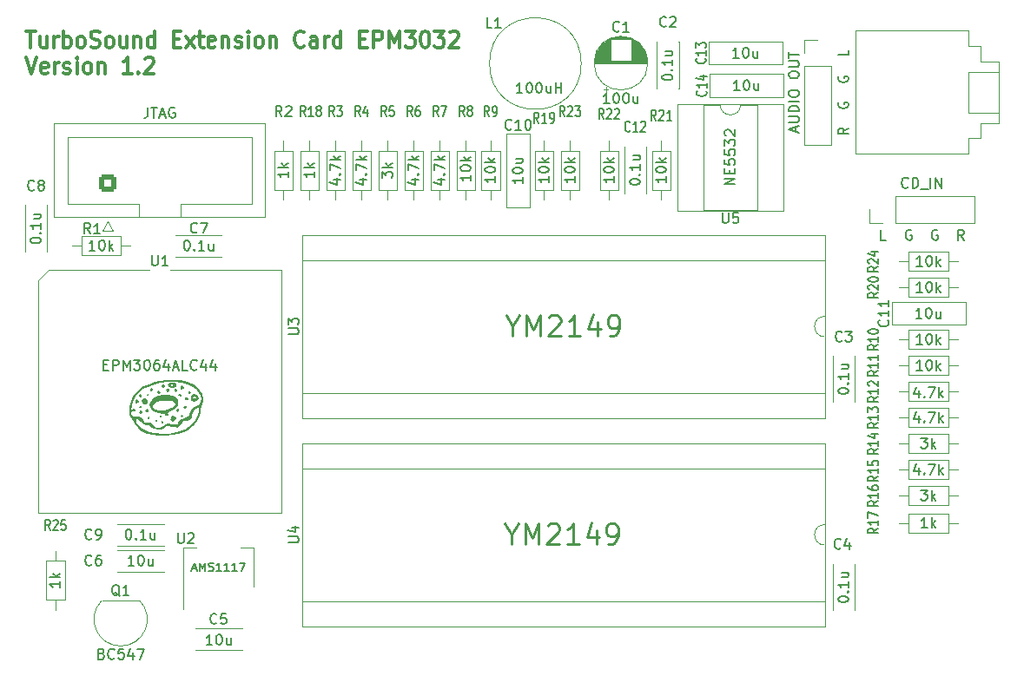
<source format=gto>
%TF.GenerationSoftware,KiCad,Pcbnew,(6.0.8)*%
%TF.CreationDate,2022-11-06T06:38:11+07:00*%
%TF.ProjectId,TS_Ext_EPM3032,54535f45-7874-45f4-9550-4d333033322e,1.2*%
%TF.SameCoordinates,Original*%
%TF.FileFunction,Legend,Top*%
%TF.FilePolarity,Positive*%
%FSLAX46Y46*%
G04 Gerber Fmt 4.6, Leading zero omitted, Abs format (unit mm)*
G04 Created by KiCad (PCBNEW (6.0.8)) date 2022-11-06 06:38:11*
%MOMM*%
%LPD*%
G01*
G04 APERTURE LIST*
G04 Aperture macros list*
%AMRoundRect*
0 Rectangle with rounded corners*
0 $1 Rounding radius*
0 $2 $3 $4 $5 $6 $7 $8 $9 X,Y pos of 4 corners*
0 Add a 4 corners polygon primitive as box body*
4,1,4,$2,$3,$4,$5,$6,$7,$8,$9,$2,$3,0*
0 Add four circle primitives for the rounded corners*
1,1,$1+$1,$2,$3*
1,1,$1+$1,$4,$5*
1,1,$1+$1,$6,$7*
1,1,$1+$1,$8,$9*
0 Add four rect primitives between the rounded corners*
20,1,$1+$1,$2,$3,$4,$5,0*
20,1,$1+$1,$4,$5,$6,$7,0*
20,1,$1+$1,$6,$7,$8,$9,0*
20,1,$1+$1,$8,$9,$2,$3,0*%
G04 Aperture macros list end*
%ADD10C,0.150000*%
%ADD11C,0.300000*%
%ADD12C,0.250000*%
%ADD13C,0.120000*%
%ADD14R,1.600000X1.600000*%
%ADD15O,1.600000X1.600000*%
%ADD16C,1.600000*%
%ADD17R,1.050000X1.500000*%
%ADD18O,1.050000X1.500000*%
%ADD19C,1.400000*%
%ADD20O,1.400000X1.400000*%
%ADD21R,1.600000X8.000000*%
%ADD22R,1.422400X1.422400*%
%ADD23C,1.422400*%
%ADD24O,2.200000X1.200000*%
%ADD25O,1.200000X2.200000*%
%ADD26RoundRect,0.250000X0.600000X-0.600000X0.600000X0.600000X-0.600000X0.600000X-0.600000X-0.600000X0*%
%ADD27C,1.700000*%
%ADD28C,2.600000*%
%ADD29R,1.700000X1.700000*%
%ADD30O,1.700000X1.700000*%
%ADD31R,1.500000X2.000000*%
%ADD32R,3.800000X2.000000*%
G04 APERTURE END LIST*
D10*
X109037380Y-36520476D02*
X108561190Y-36853809D01*
X109037380Y-37091904D02*
X108037380Y-37091904D01*
X108037380Y-36710952D01*
X108085000Y-36615714D01*
X108132619Y-36568095D01*
X108227857Y-36520476D01*
X108370714Y-36520476D01*
X108465952Y-36568095D01*
X108513571Y-36615714D01*
X108561190Y-36710952D01*
X108561190Y-37091904D01*
X108085000Y-34028095D02*
X108037380Y-34123333D01*
X108037380Y-34266190D01*
X108085000Y-34409047D01*
X108180238Y-34504285D01*
X108275476Y-34551904D01*
X108465952Y-34599523D01*
X108608809Y-34599523D01*
X108799285Y-34551904D01*
X108894523Y-34504285D01*
X108989761Y-34409047D01*
X109037380Y-34266190D01*
X109037380Y-34170952D01*
X108989761Y-34028095D01*
X108942142Y-33980476D01*
X108608809Y-33980476D01*
X108608809Y-34170952D01*
X120314523Y-47442380D02*
X119981190Y-46966190D01*
X119743095Y-47442380D02*
X119743095Y-46442380D01*
X120124047Y-46442380D01*
X120219285Y-46490000D01*
X120266904Y-46537619D01*
X120314523Y-46632857D01*
X120314523Y-46775714D01*
X120266904Y-46870952D01*
X120219285Y-46918571D01*
X120124047Y-46966190D01*
X119743095Y-46966190D01*
X117726904Y-46490000D02*
X117631666Y-46442380D01*
X117488809Y-46442380D01*
X117345952Y-46490000D01*
X117250714Y-46585238D01*
X117203095Y-46680476D01*
X117155476Y-46870952D01*
X117155476Y-47013809D01*
X117203095Y-47204285D01*
X117250714Y-47299523D01*
X117345952Y-47394761D01*
X117488809Y-47442380D01*
X117584047Y-47442380D01*
X117726904Y-47394761D01*
X117774523Y-47347142D01*
X117774523Y-47013809D01*
X117584047Y-47013809D01*
X112694523Y-47442380D02*
X112218333Y-47442380D01*
X112218333Y-46442380D01*
D11*
X28912857Y-27045809D02*
X29770000Y-27045809D01*
X29341428Y-28645809D02*
X29341428Y-27045809D01*
X30912857Y-27579142D02*
X30912857Y-28645809D01*
X30270000Y-27579142D02*
X30270000Y-28417238D01*
X30341428Y-28569619D01*
X30484285Y-28645809D01*
X30698571Y-28645809D01*
X30841428Y-28569619D01*
X30912857Y-28493428D01*
X31627142Y-28645809D02*
X31627142Y-27579142D01*
X31627142Y-27883904D02*
X31698571Y-27731523D01*
X31770000Y-27655333D01*
X31912857Y-27579142D01*
X32055714Y-27579142D01*
X32555714Y-28645809D02*
X32555714Y-27045809D01*
X32555714Y-27655333D02*
X32698571Y-27579142D01*
X32984285Y-27579142D01*
X33127142Y-27655333D01*
X33198571Y-27731523D01*
X33270000Y-27883904D01*
X33270000Y-28341047D01*
X33198571Y-28493428D01*
X33127142Y-28569619D01*
X32984285Y-28645809D01*
X32698571Y-28645809D01*
X32555714Y-28569619D01*
X34127142Y-28645809D02*
X33984285Y-28569619D01*
X33912857Y-28493428D01*
X33841428Y-28341047D01*
X33841428Y-27883904D01*
X33912857Y-27731523D01*
X33984285Y-27655333D01*
X34127142Y-27579142D01*
X34341428Y-27579142D01*
X34484285Y-27655333D01*
X34555714Y-27731523D01*
X34627142Y-27883904D01*
X34627142Y-28341047D01*
X34555714Y-28493428D01*
X34484285Y-28569619D01*
X34341428Y-28645809D01*
X34127142Y-28645809D01*
X35198571Y-28569619D02*
X35412857Y-28645809D01*
X35770000Y-28645809D01*
X35912857Y-28569619D01*
X35984285Y-28493428D01*
X36055714Y-28341047D01*
X36055714Y-28188666D01*
X35984285Y-28036285D01*
X35912857Y-27960095D01*
X35770000Y-27883904D01*
X35484285Y-27807714D01*
X35341428Y-27731523D01*
X35270000Y-27655333D01*
X35198571Y-27502952D01*
X35198571Y-27350571D01*
X35270000Y-27198190D01*
X35341428Y-27122000D01*
X35484285Y-27045809D01*
X35841428Y-27045809D01*
X36055714Y-27122000D01*
X36912857Y-28645809D02*
X36770000Y-28569619D01*
X36698571Y-28493428D01*
X36627142Y-28341047D01*
X36627142Y-27883904D01*
X36698571Y-27731523D01*
X36770000Y-27655333D01*
X36912857Y-27579142D01*
X37127142Y-27579142D01*
X37270000Y-27655333D01*
X37341428Y-27731523D01*
X37412857Y-27883904D01*
X37412857Y-28341047D01*
X37341428Y-28493428D01*
X37270000Y-28569619D01*
X37127142Y-28645809D01*
X36912857Y-28645809D01*
X38698571Y-27579142D02*
X38698571Y-28645809D01*
X38055714Y-27579142D02*
X38055714Y-28417238D01*
X38127142Y-28569619D01*
X38270000Y-28645809D01*
X38484285Y-28645809D01*
X38627142Y-28569619D01*
X38698571Y-28493428D01*
X39412857Y-27579142D02*
X39412857Y-28645809D01*
X39412857Y-27731523D02*
X39484285Y-27655333D01*
X39627142Y-27579142D01*
X39841428Y-27579142D01*
X39984285Y-27655333D01*
X40055714Y-27807714D01*
X40055714Y-28645809D01*
X41412857Y-28645809D02*
X41412857Y-27045809D01*
X41412857Y-28569619D02*
X41270000Y-28645809D01*
X40984285Y-28645809D01*
X40841428Y-28569619D01*
X40770000Y-28493428D01*
X40698571Y-28341047D01*
X40698571Y-27883904D01*
X40770000Y-27731523D01*
X40841428Y-27655333D01*
X40984285Y-27579142D01*
X41270000Y-27579142D01*
X41412857Y-27655333D01*
X43269999Y-27807714D02*
X43769999Y-27807714D01*
X43984285Y-28645809D02*
X43269999Y-28645809D01*
X43269999Y-27045809D01*
X43984285Y-27045809D01*
X44484285Y-28645809D02*
X45269999Y-27579142D01*
X44484285Y-27579142D02*
X45269999Y-28645809D01*
X45627142Y-27579142D02*
X46198571Y-27579142D01*
X45841428Y-27045809D02*
X45841428Y-28417238D01*
X45912857Y-28569619D01*
X46055714Y-28645809D01*
X46198571Y-28645809D01*
X47270000Y-28569619D02*
X47127142Y-28645809D01*
X46841428Y-28645809D01*
X46698571Y-28569619D01*
X46627142Y-28417238D01*
X46627142Y-27807714D01*
X46698571Y-27655333D01*
X46841428Y-27579142D01*
X47127142Y-27579142D01*
X47270000Y-27655333D01*
X47341428Y-27807714D01*
X47341428Y-27960095D01*
X46627142Y-28112476D01*
X47984285Y-27579142D02*
X47984285Y-28645809D01*
X47984285Y-27731523D02*
X48055714Y-27655333D01*
X48198571Y-27579142D01*
X48412857Y-27579142D01*
X48555714Y-27655333D01*
X48627142Y-27807714D01*
X48627142Y-28645809D01*
X49270000Y-28569619D02*
X49412857Y-28645809D01*
X49698571Y-28645809D01*
X49841428Y-28569619D01*
X49912857Y-28417238D01*
X49912857Y-28341047D01*
X49841428Y-28188666D01*
X49698571Y-28112476D01*
X49484285Y-28112476D01*
X49341428Y-28036285D01*
X49270000Y-27883904D01*
X49270000Y-27807714D01*
X49341428Y-27655333D01*
X49484285Y-27579142D01*
X49698571Y-27579142D01*
X49841428Y-27655333D01*
X50555714Y-28645809D02*
X50555714Y-27579142D01*
X50555714Y-27045809D02*
X50484285Y-27122000D01*
X50555714Y-27198190D01*
X50627142Y-27122000D01*
X50555714Y-27045809D01*
X50555714Y-27198190D01*
X51484285Y-28645809D02*
X51341428Y-28569619D01*
X51270000Y-28493428D01*
X51198571Y-28341047D01*
X51198571Y-27883904D01*
X51270000Y-27731523D01*
X51341428Y-27655333D01*
X51484285Y-27579142D01*
X51698571Y-27579142D01*
X51841428Y-27655333D01*
X51912857Y-27731523D01*
X51984285Y-27883904D01*
X51984285Y-28341047D01*
X51912857Y-28493428D01*
X51841428Y-28569619D01*
X51698571Y-28645809D01*
X51484285Y-28645809D01*
X52627142Y-27579142D02*
X52627142Y-28645809D01*
X52627142Y-27731523D02*
X52698571Y-27655333D01*
X52841428Y-27579142D01*
X53055714Y-27579142D01*
X53198571Y-27655333D01*
X53270000Y-27807714D01*
X53270000Y-28645809D01*
X55984285Y-28493428D02*
X55912857Y-28569619D01*
X55698571Y-28645809D01*
X55555714Y-28645809D01*
X55341428Y-28569619D01*
X55198571Y-28417238D01*
X55127142Y-28264857D01*
X55055714Y-27960095D01*
X55055714Y-27731523D01*
X55127142Y-27426761D01*
X55198571Y-27274380D01*
X55341428Y-27122000D01*
X55555714Y-27045809D01*
X55698571Y-27045809D01*
X55912857Y-27122000D01*
X55984285Y-27198190D01*
X57270000Y-28645809D02*
X57270000Y-27807714D01*
X57198571Y-27655333D01*
X57055714Y-27579142D01*
X56770000Y-27579142D01*
X56627142Y-27655333D01*
X57270000Y-28569619D02*
X57127142Y-28645809D01*
X56770000Y-28645809D01*
X56627142Y-28569619D01*
X56555714Y-28417238D01*
X56555714Y-28264857D01*
X56627142Y-28112476D01*
X56770000Y-28036285D01*
X57127142Y-28036285D01*
X57270000Y-27960095D01*
X57984285Y-28645809D02*
X57984285Y-27579142D01*
X57984285Y-27883904D02*
X58055714Y-27731523D01*
X58127142Y-27655333D01*
X58270000Y-27579142D01*
X58412857Y-27579142D01*
X59555714Y-28645809D02*
X59555714Y-27045809D01*
X59555714Y-28569619D02*
X59412857Y-28645809D01*
X59127142Y-28645809D01*
X58984285Y-28569619D01*
X58912857Y-28493428D01*
X58841428Y-28341047D01*
X58841428Y-27883904D01*
X58912857Y-27731523D01*
X58984285Y-27655333D01*
X59127142Y-27579142D01*
X59412857Y-27579142D01*
X59555714Y-27655333D01*
X61412857Y-27807714D02*
X61912857Y-27807714D01*
X62127142Y-28645809D02*
X61412857Y-28645809D01*
X61412857Y-27045809D01*
X62127142Y-27045809D01*
X62770000Y-28645809D02*
X62770000Y-27045809D01*
X63341428Y-27045809D01*
X63484285Y-27122000D01*
X63555714Y-27198190D01*
X63627142Y-27350571D01*
X63627142Y-27579142D01*
X63555714Y-27731523D01*
X63484285Y-27807714D01*
X63341428Y-27883904D01*
X62770000Y-27883904D01*
X64270000Y-28645809D02*
X64270000Y-27045809D01*
X64770000Y-28188666D01*
X65270000Y-27045809D01*
X65270000Y-28645809D01*
X65841428Y-27045809D02*
X66770000Y-27045809D01*
X66270000Y-27655333D01*
X66484285Y-27655333D01*
X66627142Y-27731523D01*
X66698571Y-27807714D01*
X66770000Y-27960095D01*
X66770000Y-28341047D01*
X66698571Y-28493428D01*
X66627142Y-28569619D01*
X66484285Y-28645809D01*
X66055714Y-28645809D01*
X65912857Y-28569619D01*
X65841428Y-28493428D01*
X67698571Y-27045809D02*
X67841428Y-27045809D01*
X67984285Y-27122000D01*
X68055714Y-27198190D01*
X68127142Y-27350571D01*
X68198571Y-27655333D01*
X68198571Y-28036285D01*
X68127142Y-28341047D01*
X68055714Y-28493428D01*
X67984285Y-28569619D01*
X67841428Y-28645809D01*
X67698571Y-28645809D01*
X67555714Y-28569619D01*
X67484285Y-28493428D01*
X67412857Y-28341047D01*
X67341428Y-28036285D01*
X67341428Y-27655333D01*
X67412857Y-27350571D01*
X67484285Y-27198190D01*
X67555714Y-27122000D01*
X67698571Y-27045809D01*
X68698571Y-27045809D02*
X69627142Y-27045809D01*
X69127142Y-27655333D01*
X69341428Y-27655333D01*
X69484285Y-27731523D01*
X69555714Y-27807714D01*
X69627142Y-27960095D01*
X69627142Y-28341047D01*
X69555714Y-28493428D01*
X69484285Y-28569619D01*
X69341428Y-28645809D01*
X68912857Y-28645809D01*
X68770000Y-28569619D01*
X68698571Y-28493428D01*
X70198571Y-27198190D02*
X70270000Y-27122000D01*
X70412857Y-27045809D01*
X70770000Y-27045809D01*
X70912857Y-27122000D01*
X70984285Y-27198190D01*
X71055714Y-27350571D01*
X71055714Y-27502952D01*
X70984285Y-27731523D01*
X70127142Y-28645809D01*
X71055714Y-28645809D01*
X28912857Y-29621809D02*
X29412857Y-31221809D01*
X29912857Y-29621809D01*
X30984285Y-31145619D02*
X30841428Y-31221809D01*
X30555714Y-31221809D01*
X30412857Y-31145619D01*
X30341428Y-30993238D01*
X30341428Y-30383714D01*
X30412857Y-30231333D01*
X30555714Y-30155142D01*
X30841428Y-30155142D01*
X30984285Y-30231333D01*
X31055714Y-30383714D01*
X31055714Y-30536095D01*
X30341428Y-30688476D01*
X31698571Y-31221809D02*
X31698571Y-30155142D01*
X31698571Y-30459904D02*
X31770000Y-30307523D01*
X31841428Y-30231333D01*
X31984285Y-30155142D01*
X32127142Y-30155142D01*
X32555714Y-31145619D02*
X32698571Y-31221809D01*
X32984285Y-31221809D01*
X33127142Y-31145619D01*
X33198571Y-30993238D01*
X33198571Y-30917047D01*
X33127142Y-30764666D01*
X32984285Y-30688476D01*
X32770000Y-30688476D01*
X32627142Y-30612285D01*
X32555714Y-30459904D01*
X32555714Y-30383714D01*
X32627142Y-30231333D01*
X32770000Y-30155142D01*
X32984285Y-30155142D01*
X33127142Y-30231333D01*
X33841428Y-31221809D02*
X33841428Y-30155142D01*
X33841428Y-29621809D02*
X33770000Y-29698000D01*
X33841428Y-29774190D01*
X33912857Y-29698000D01*
X33841428Y-29621809D01*
X33841428Y-29774190D01*
X34770000Y-31221809D02*
X34627142Y-31145619D01*
X34555714Y-31069428D01*
X34484285Y-30917047D01*
X34484285Y-30459904D01*
X34555714Y-30307523D01*
X34627142Y-30231333D01*
X34770000Y-30155142D01*
X34984285Y-30155142D01*
X35127142Y-30231333D01*
X35198571Y-30307523D01*
X35270000Y-30459904D01*
X35270000Y-30917047D01*
X35198571Y-31069428D01*
X35127142Y-31145619D01*
X34984285Y-31221809D01*
X34770000Y-31221809D01*
X35912857Y-30155142D02*
X35912857Y-31221809D01*
X35912857Y-30307523D02*
X35984285Y-30231333D01*
X36127142Y-30155142D01*
X36341428Y-30155142D01*
X36484285Y-30231333D01*
X36555714Y-30383714D01*
X36555714Y-31221809D01*
X39198571Y-31221809D02*
X38341428Y-31221809D01*
X38770000Y-31221809D02*
X38770000Y-29621809D01*
X38627142Y-29850380D01*
X38484285Y-30002761D01*
X38341428Y-30078952D01*
X39841428Y-31069428D02*
X39912857Y-31145619D01*
X39841428Y-31221809D01*
X39770000Y-31145619D01*
X39841428Y-31069428D01*
X39841428Y-31221809D01*
X40484285Y-29774190D02*
X40555714Y-29698000D01*
X40698571Y-29621809D01*
X41055714Y-29621809D01*
X41198571Y-29698000D01*
X41270000Y-29774190D01*
X41341428Y-29926571D01*
X41341428Y-30078952D01*
X41270000Y-30307523D01*
X40412857Y-31221809D01*
X41341428Y-31221809D01*
D10*
X115186904Y-46490000D02*
X115091666Y-46442380D01*
X114948809Y-46442380D01*
X114805952Y-46490000D01*
X114710714Y-46585238D01*
X114663095Y-46680476D01*
X114615476Y-46870952D01*
X114615476Y-47013809D01*
X114663095Y-47204285D01*
X114710714Y-47299523D01*
X114805952Y-47394761D01*
X114948809Y-47442380D01*
X115044047Y-47442380D01*
X115186904Y-47394761D01*
X115234523Y-47347142D01*
X115234523Y-47013809D01*
X115044047Y-47013809D01*
X109037380Y-28900476D02*
X109037380Y-29376666D01*
X108037380Y-29376666D01*
X108085000Y-31488095D02*
X108037380Y-31583333D01*
X108037380Y-31726190D01*
X108085000Y-31869047D01*
X108180238Y-31964285D01*
X108275476Y-32011904D01*
X108465952Y-32059523D01*
X108608809Y-32059523D01*
X108799285Y-32011904D01*
X108894523Y-31964285D01*
X108989761Y-31869047D01*
X109037380Y-31726190D01*
X109037380Y-31630952D01*
X108989761Y-31488095D01*
X108942142Y-31440476D01*
X108608809Y-31440476D01*
X108608809Y-31630952D01*
%TO.C,U4*%
X54443380Y-76961904D02*
X55252904Y-76961904D01*
X55348142Y-76914285D01*
X55395761Y-76866666D01*
X55443380Y-76771428D01*
X55443380Y-76580952D01*
X55395761Y-76485714D01*
X55348142Y-76438095D01*
X55252904Y-76390476D01*
X54443380Y-76390476D01*
X54776714Y-75485714D02*
X55443380Y-75485714D01*
X54395761Y-75723809D02*
X55110047Y-75961904D01*
X55110047Y-75342857D01*
D12*
X76200619Y-76152380D02*
X76200619Y-77104761D01*
X75533952Y-75104761D02*
X76200619Y-76152380D01*
X76867285Y-75104761D01*
X77533952Y-77104761D02*
X77533952Y-75104761D01*
X78200619Y-76533333D01*
X78867285Y-75104761D01*
X78867285Y-77104761D01*
X79724428Y-75295238D02*
X79819666Y-75200000D01*
X80010142Y-75104761D01*
X80486333Y-75104761D01*
X80676809Y-75200000D01*
X80772047Y-75295238D01*
X80867285Y-75485714D01*
X80867285Y-75676190D01*
X80772047Y-75961904D01*
X79629190Y-77104761D01*
X80867285Y-77104761D01*
X82772047Y-77104761D02*
X81629190Y-77104761D01*
X82200619Y-77104761D02*
X82200619Y-75104761D01*
X82010142Y-75390476D01*
X81819666Y-75580952D01*
X81629190Y-75676190D01*
X84486333Y-75771428D02*
X84486333Y-77104761D01*
X84010142Y-75009523D02*
X83533952Y-76438095D01*
X84772047Y-76438095D01*
X85629190Y-77104761D02*
X86010142Y-77104761D01*
X86200619Y-77009523D01*
X86295857Y-76914285D01*
X86486333Y-76628571D01*
X86581571Y-76247619D01*
X86581571Y-75485714D01*
X86486333Y-75295238D01*
X86391095Y-75200000D01*
X86200619Y-75104761D01*
X85819666Y-75104761D01*
X85629190Y-75200000D01*
X85533952Y-75295238D01*
X85438714Y-75485714D01*
X85438714Y-75961904D01*
X85533952Y-76152380D01*
X85629190Y-76247619D01*
X85819666Y-76342857D01*
X86200619Y-76342857D01*
X86391095Y-76247619D01*
X86486333Y-76152380D01*
X86581571Y-75961904D01*
D10*
%TO.C,U3*%
X54443380Y-56641904D02*
X55252904Y-56641904D01*
X55348142Y-56594285D01*
X55395761Y-56546666D01*
X55443380Y-56451428D01*
X55443380Y-56260952D01*
X55395761Y-56165714D01*
X55348142Y-56118095D01*
X55252904Y-56070476D01*
X54443380Y-56070476D01*
X54443380Y-55689523D02*
X54443380Y-55070476D01*
X54824333Y-55403809D01*
X54824333Y-55260952D01*
X54871952Y-55165714D01*
X54919571Y-55118095D01*
X55014809Y-55070476D01*
X55252904Y-55070476D01*
X55348142Y-55118095D01*
X55395761Y-55165714D01*
X55443380Y-55260952D01*
X55443380Y-55546666D01*
X55395761Y-55641904D01*
X55348142Y-55689523D01*
D12*
X76327619Y-55832380D02*
X76327619Y-56784761D01*
X75660952Y-54784761D02*
X76327619Y-55832380D01*
X76994285Y-54784761D01*
X77660952Y-56784761D02*
X77660952Y-54784761D01*
X78327619Y-56213333D01*
X78994285Y-54784761D01*
X78994285Y-56784761D01*
X79851428Y-54975238D02*
X79946666Y-54880000D01*
X80137142Y-54784761D01*
X80613333Y-54784761D01*
X80803809Y-54880000D01*
X80899047Y-54975238D01*
X80994285Y-55165714D01*
X80994285Y-55356190D01*
X80899047Y-55641904D01*
X79756190Y-56784761D01*
X80994285Y-56784761D01*
X82899047Y-56784761D02*
X81756190Y-56784761D01*
X82327619Y-56784761D02*
X82327619Y-54784761D01*
X82137142Y-55070476D01*
X81946666Y-55260952D01*
X81756190Y-55356190D01*
X84613333Y-55451428D02*
X84613333Y-56784761D01*
X84137142Y-54689523D02*
X83660952Y-56118095D01*
X84899047Y-56118095D01*
X85756190Y-56784761D02*
X86137142Y-56784761D01*
X86327619Y-56689523D01*
X86422857Y-56594285D01*
X86613333Y-56308571D01*
X86708571Y-55927619D01*
X86708571Y-55165714D01*
X86613333Y-54975238D01*
X86518095Y-54880000D01*
X86327619Y-54784761D01*
X85946666Y-54784761D01*
X85756190Y-54880000D01*
X85660952Y-54975238D01*
X85565714Y-55165714D01*
X85565714Y-55641904D01*
X85660952Y-55832380D01*
X85756190Y-55927619D01*
X85946666Y-56022857D01*
X86327619Y-56022857D01*
X86518095Y-55927619D01*
X86613333Y-55832380D01*
X86708571Y-55641904D01*
D10*
%TO.C,C4*%
X108291333Y-77486142D02*
X108243714Y-77533761D01*
X108100857Y-77581380D01*
X108005619Y-77581380D01*
X107862761Y-77533761D01*
X107767523Y-77438523D01*
X107719904Y-77343285D01*
X107672285Y-77152809D01*
X107672285Y-77009952D01*
X107719904Y-76819476D01*
X107767523Y-76724238D01*
X107862761Y-76629000D01*
X108005619Y-76581380D01*
X108100857Y-76581380D01*
X108243714Y-76629000D01*
X108291333Y-76676619D01*
X109148476Y-76914714D02*
X109148476Y-77581380D01*
X108910380Y-76533761D02*
X108672285Y-77248047D01*
X109291333Y-77248047D01*
X108037380Y-82534285D02*
X108037380Y-82439047D01*
X108085000Y-82343809D01*
X108132619Y-82296190D01*
X108227857Y-82248571D01*
X108418333Y-82200952D01*
X108656428Y-82200952D01*
X108846904Y-82248571D01*
X108942142Y-82296190D01*
X108989761Y-82343809D01*
X109037380Y-82439047D01*
X109037380Y-82534285D01*
X108989761Y-82629523D01*
X108942142Y-82677142D01*
X108846904Y-82724761D01*
X108656428Y-82772380D01*
X108418333Y-82772380D01*
X108227857Y-82724761D01*
X108132619Y-82677142D01*
X108085000Y-82629523D01*
X108037380Y-82534285D01*
X108942142Y-81772380D02*
X108989761Y-81724761D01*
X109037380Y-81772380D01*
X108989761Y-81820000D01*
X108942142Y-81772380D01*
X109037380Y-81772380D01*
X109037380Y-80772380D02*
X109037380Y-81343809D01*
X109037380Y-81058095D02*
X108037380Y-81058095D01*
X108180238Y-81153333D01*
X108275476Y-81248571D01*
X108323095Y-81343809D01*
X108370714Y-79915238D02*
X109037380Y-79915238D01*
X108370714Y-80343809D02*
X108894523Y-80343809D01*
X108989761Y-80296190D01*
X109037380Y-80200952D01*
X109037380Y-80058095D01*
X108989761Y-79962857D01*
X108942142Y-79915238D01*
%TO.C,Q1*%
X38004761Y-82187619D02*
X37909523Y-82140000D01*
X37814285Y-82044761D01*
X37671428Y-81901904D01*
X37576190Y-81854285D01*
X37480952Y-81854285D01*
X37528571Y-82092380D02*
X37433333Y-82044761D01*
X37338095Y-81949523D01*
X37290476Y-81759047D01*
X37290476Y-81425714D01*
X37338095Y-81235238D01*
X37433333Y-81140000D01*
X37528571Y-81092380D01*
X37719047Y-81092380D01*
X37814285Y-81140000D01*
X37909523Y-81235238D01*
X37957142Y-81425714D01*
X37957142Y-81759047D01*
X37909523Y-81949523D01*
X37814285Y-82044761D01*
X37719047Y-82092380D01*
X37528571Y-82092380D01*
X38909523Y-82092380D02*
X38338095Y-82092380D01*
X38623809Y-82092380D02*
X38623809Y-81092380D01*
X38528571Y-81235238D01*
X38433333Y-81330476D01*
X38338095Y-81378095D01*
X36242857Y-87812571D02*
X36385714Y-87860190D01*
X36433333Y-87907809D01*
X36480952Y-88003047D01*
X36480952Y-88145904D01*
X36433333Y-88241142D01*
X36385714Y-88288761D01*
X36290476Y-88336380D01*
X35909523Y-88336380D01*
X35909523Y-87336380D01*
X36242857Y-87336380D01*
X36338095Y-87384000D01*
X36385714Y-87431619D01*
X36433333Y-87526857D01*
X36433333Y-87622095D01*
X36385714Y-87717333D01*
X36338095Y-87764952D01*
X36242857Y-87812571D01*
X35909523Y-87812571D01*
X37480952Y-88241142D02*
X37433333Y-88288761D01*
X37290476Y-88336380D01*
X37195238Y-88336380D01*
X37052380Y-88288761D01*
X36957142Y-88193523D01*
X36909523Y-88098285D01*
X36861904Y-87907809D01*
X36861904Y-87764952D01*
X36909523Y-87574476D01*
X36957142Y-87479238D01*
X37052380Y-87384000D01*
X37195238Y-87336380D01*
X37290476Y-87336380D01*
X37433333Y-87384000D01*
X37480952Y-87431619D01*
X38385714Y-87336380D02*
X37909523Y-87336380D01*
X37861904Y-87812571D01*
X37909523Y-87764952D01*
X38004761Y-87717333D01*
X38242857Y-87717333D01*
X38338095Y-87764952D01*
X38385714Y-87812571D01*
X38433333Y-87907809D01*
X38433333Y-88145904D01*
X38385714Y-88241142D01*
X38338095Y-88288761D01*
X38242857Y-88336380D01*
X38004761Y-88336380D01*
X37909523Y-88288761D01*
X37861904Y-88241142D01*
X39290476Y-87669714D02*
X39290476Y-88336380D01*
X39052380Y-87288761D02*
X38814285Y-88003047D01*
X39433333Y-88003047D01*
X39719047Y-87336380D02*
X40385714Y-87336380D01*
X39957142Y-88336380D01*
%TO.C,R21*%
X90290714Y-35758380D02*
X90024047Y-35282190D01*
X89833571Y-35758380D02*
X89833571Y-34758380D01*
X90138333Y-34758380D01*
X90214523Y-34806000D01*
X90252619Y-34853619D01*
X90290714Y-34948857D01*
X90290714Y-35091714D01*
X90252619Y-35186952D01*
X90214523Y-35234571D01*
X90138333Y-35282190D01*
X89833571Y-35282190D01*
X90595476Y-34853619D02*
X90633571Y-34806000D01*
X90709761Y-34758380D01*
X90900238Y-34758380D01*
X90976428Y-34806000D01*
X91014523Y-34853619D01*
X91052619Y-34948857D01*
X91052619Y-35044095D01*
X91014523Y-35186952D01*
X90557380Y-35758380D01*
X91052619Y-35758380D01*
X91814523Y-35758380D02*
X91357380Y-35758380D01*
X91585952Y-35758380D02*
X91585952Y-34758380D01*
X91509761Y-34901238D01*
X91433571Y-34996476D01*
X91357380Y-35044095D01*
X91257380Y-41235238D02*
X91257380Y-41806666D01*
X91257380Y-41520952D02*
X90257380Y-41520952D01*
X90400238Y-41616190D01*
X90495476Y-41711428D01*
X90543095Y-41806666D01*
X90257380Y-40616190D02*
X90257380Y-40520952D01*
X90305000Y-40425714D01*
X90352619Y-40378095D01*
X90447857Y-40330476D01*
X90638333Y-40282857D01*
X90876428Y-40282857D01*
X91066904Y-40330476D01*
X91162142Y-40378095D01*
X91209761Y-40425714D01*
X91257380Y-40520952D01*
X91257380Y-40616190D01*
X91209761Y-40711428D01*
X91162142Y-40759047D01*
X91066904Y-40806666D01*
X90876428Y-40854285D01*
X90638333Y-40854285D01*
X90447857Y-40806666D01*
X90352619Y-40759047D01*
X90305000Y-40711428D01*
X90257380Y-40616190D01*
X91257380Y-39854285D02*
X90257380Y-39854285D01*
X90876428Y-39759047D02*
X91257380Y-39473333D01*
X90590714Y-39473333D02*
X90971666Y-39854285D01*
%TO.C,R2*%
X53808333Y-35377380D02*
X53475000Y-34901190D01*
X53236904Y-35377380D02*
X53236904Y-34377380D01*
X53617857Y-34377380D01*
X53713095Y-34425000D01*
X53760714Y-34472619D01*
X53808333Y-34567857D01*
X53808333Y-34710714D01*
X53760714Y-34805952D01*
X53713095Y-34853571D01*
X53617857Y-34901190D01*
X53236904Y-34901190D01*
X54189285Y-34472619D02*
X54236904Y-34425000D01*
X54332142Y-34377380D01*
X54570238Y-34377380D01*
X54665476Y-34425000D01*
X54713095Y-34472619D01*
X54760714Y-34567857D01*
X54760714Y-34663095D01*
X54713095Y-34805952D01*
X54141666Y-35377380D01*
X54760714Y-35377380D01*
X54427380Y-40759047D02*
X54427380Y-41330476D01*
X54427380Y-41044761D02*
X53427380Y-41044761D01*
X53570238Y-41140000D01*
X53665476Y-41235238D01*
X53713095Y-41330476D01*
X54427380Y-40330476D02*
X53427380Y-40330476D01*
X54046428Y-40235238D02*
X54427380Y-39949523D01*
X53760714Y-39949523D02*
X54141666Y-40330476D01*
%TO.C,R16*%
X111958380Y-72904285D02*
X111482190Y-73170952D01*
X111958380Y-73361428D02*
X110958380Y-73361428D01*
X110958380Y-73056666D01*
X111006000Y-72980476D01*
X111053619Y-72942380D01*
X111148857Y-72904285D01*
X111291714Y-72904285D01*
X111386952Y-72942380D01*
X111434571Y-72980476D01*
X111482190Y-73056666D01*
X111482190Y-73361428D01*
X111958380Y-72142380D02*
X111958380Y-72599523D01*
X111958380Y-72370952D02*
X110958380Y-72370952D01*
X111101238Y-72447142D01*
X111196476Y-72523333D01*
X111244095Y-72599523D01*
X110958380Y-71456666D02*
X110958380Y-71609047D01*
X111006000Y-71685238D01*
X111053619Y-71723333D01*
X111196476Y-71799523D01*
X111386952Y-71837619D01*
X111767904Y-71837619D01*
X111863142Y-71799523D01*
X111910761Y-71761428D01*
X111958380Y-71685238D01*
X111958380Y-71532857D01*
X111910761Y-71456666D01*
X111863142Y-71418571D01*
X111767904Y-71380476D01*
X111529809Y-71380476D01*
X111434571Y-71418571D01*
X111386952Y-71456666D01*
X111339333Y-71532857D01*
X111339333Y-71685238D01*
X111386952Y-71761428D01*
X111434571Y-71799523D01*
X111529809Y-71837619D01*
X116101904Y-71842380D02*
X116720952Y-71842380D01*
X116387619Y-72223333D01*
X116530476Y-72223333D01*
X116625714Y-72270952D01*
X116673333Y-72318571D01*
X116720952Y-72413809D01*
X116720952Y-72651904D01*
X116673333Y-72747142D01*
X116625714Y-72794761D01*
X116530476Y-72842380D01*
X116244761Y-72842380D01*
X116149523Y-72794761D01*
X116101904Y-72747142D01*
X117149523Y-72842380D02*
X117149523Y-71842380D01*
X117244761Y-72461428D02*
X117530476Y-72842380D01*
X117530476Y-72175714D02*
X117149523Y-72556666D01*
%TO.C,U1*%
X41148095Y-48932380D02*
X41148095Y-49741904D01*
X41195714Y-49837142D01*
X41243333Y-49884761D01*
X41338571Y-49932380D01*
X41529047Y-49932380D01*
X41624285Y-49884761D01*
X41671904Y-49837142D01*
X41719523Y-49741904D01*
X41719523Y-48932380D01*
X42719523Y-49932380D02*
X42148095Y-49932380D01*
X42433809Y-49932380D02*
X42433809Y-48932380D01*
X42338571Y-49075238D01*
X42243333Y-49170476D01*
X42148095Y-49218095D01*
X36433809Y-59618571D02*
X36767142Y-59618571D01*
X36910000Y-60142380D02*
X36433809Y-60142380D01*
X36433809Y-59142380D01*
X36910000Y-59142380D01*
X37338571Y-60142380D02*
X37338571Y-59142380D01*
X37719523Y-59142380D01*
X37814761Y-59190000D01*
X37862380Y-59237619D01*
X37910000Y-59332857D01*
X37910000Y-59475714D01*
X37862380Y-59570952D01*
X37814761Y-59618571D01*
X37719523Y-59666190D01*
X37338571Y-59666190D01*
X38338571Y-60142380D02*
X38338571Y-59142380D01*
X38671904Y-59856666D01*
X39005238Y-59142380D01*
X39005238Y-60142380D01*
X39386190Y-59142380D02*
X40005238Y-59142380D01*
X39671904Y-59523333D01*
X39814761Y-59523333D01*
X39910000Y-59570952D01*
X39957619Y-59618571D01*
X40005238Y-59713809D01*
X40005238Y-59951904D01*
X39957619Y-60047142D01*
X39910000Y-60094761D01*
X39814761Y-60142380D01*
X39529047Y-60142380D01*
X39433809Y-60094761D01*
X39386190Y-60047142D01*
X40624285Y-59142380D02*
X40719523Y-59142380D01*
X40814761Y-59190000D01*
X40862380Y-59237619D01*
X40910000Y-59332857D01*
X40957619Y-59523333D01*
X40957619Y-59761428D01*
X40910000Y-59951904D01*
X40862380Y-60047142D01*
X40814761Y-60094761D01*
X40719523Y-60142380D01*
X40624285Y-60142380D01*
X40529047Y-60094761D01*
X40481428Y-60047142D01*
X40433809Y-59951904D01*
X40386190Y-59761428D01*
X40386190Y-59523333D01*
X40433809Y-59332857D01*
X40481428Y-59237619D01*
X40529047Y-59190000D01*
X40624285Y-59142380D01*
X41814761Y-59142380D02*
X41624285Y-59142380D01*
X41529047Y-59190000D01*
X41481428Y-59237619D01*
X41386190Y-59380476D01*
X41338571Y-59570952D01*
X41338571Y-59951904D01*
X41386190Y-60047142D01*
X41433809Y-60094761D01*
X41529047Y-60142380D01*
X41719523Y-60142380D01*
X41814761Y-60094761D01*
X41862380Y-60047142D01*
X41910000Y-59951904D01*
X41910000Y-59713809D01*
X41862380Y-59618571D01*
X41814761Y-59570952D01*
X41719523Y-59523333D01*
X41529047Y-59523333D01*
X41433809Y-59570952D01*
X41386190Y-59618571D01*
X41338571Y-59713809D01*
X42767142Y-59475714D02*
X42767142Y-60142380D01*
X42529047Y-59094761D02*
X42290952Y-59809047D01*
X42910000Y-59809047D01*
X43243333Y-59856666D02*
X43719523Y-59856666D01*
X43148095Y-60142380D02*
X43481428Y-59142380D01*
X43814761Y-60142380D01*
X44624285Y-60142380D02*
X44148095Y-60142380D01*
X44148095Y-59142380D01*
X45529047Y-60047142D02*
X45481428Y-60094761D01*
X45338571Y-60142380D01*
X45243333Y-60142380D01*
X45100476Y-60094761D01*
X45005238Y-59999523D01*
X44957619Y-59904285D01*
X44910000Y-59713809D01*
X44910000Y-59570952D01*
X44957619Y-59380476D01*
X45005238Y-59285238D01*
X45100476Y-59190000D01*
X45243333Y-59142380D01*
X45338571Y-59142380D01*
X45481428Y-59190000D01*
X45529047Y-59237619D01*
X46386190Y-59475714D02*
X46386190Y-60142380D01*
X46148095Y-59094761D02*
X45910000Y-59809047D01*
X46529047Y-59809047D01*
X47338571Y-59475714D02*
X47338571Y-60142380D01*
X47100476Y-59094761D02*
X46862380Y-59809047D01*
X47481428Y-59809047D01*
%TO.C,R22*%
X85210714Y-35631380D02*
X84944047Y-35155190D01*
X84753571Y-35631380D02*
X84753571Y-34631380D01*
X85058333Y-34631380D01*
X85134523Y-34679000D01*
X85172619Y-34726619D01*
X85210714Y-34821857D01*
X85210714Y-34964714D01*
X85172619Y-35059952D01*
X85134523Y-35107571D01*
X85058333Y-35155190D01*
X84753571Y-35155190D01*
X85515476Y-34726619D02*
X85553571Y-34679000D01*
X85629761Y-34631380D01*
X85820238Y-34631380D01*
X85896428Y-34679000D01*
X85934523Y-34726619D01*
X85972619Y-34821857D01*
X85972619Y-34917095D01*
X85934523Y-35059952D01*
X85477380Y-35631380D01*
X85972619Y-35631380D01*
X86277380Y-34726619D02*
X86315476Y-34679000D01*
X86391666Y-34631380D01*
X86582142Y-34631380D01*
X86658333Y-34679000D01*
X86696428Y-34726619D01*
X86734523Y-34821857D01*
X86734523Y-34917095D01*
X86696428Y-35059952D01*
X86239285Y-35631380D01*
X86734523Y-35631380D01*
X86177380Y-41235238D02*
X86177380Y-41806666D01*
X86177380Y-41520952D02*
X85177380Y-41520952D01*
X85320238Y-41616190D01*
X85415476Y-41711428D01*
X85463095Y-41806666D01*
X85177380Y-40616190D02*
X85177380Y-40520952D01*
X85225000Y-40425714D01*
X85272619Y-40378095D01*
X85367857Y-40330476D01*
X85558333Y-40282857D01*
X85796428Y-40282857D01*
X85986904Y-40330476D01*
X86082142Y-40378095D01*
X86129761Y-40425714D01*
X86177380Y-40520952D01*
X86177380Y-40616190D01*
X86129761Y-40711428D01*
X86082142Y-40759047D01*
X85986904Y-40806666D01*
X85796428Y-40854285D01*
X85558333Y-40854285D01*
X85367857Y-40806666D01*
X85272619Y-40759047D01*
X85225000Y-40711428D01*
X85177380Y-40616190D01*
X86177380Y-39854285D02*
X85177380Y-39854285D01*
X85796428Y-39759047D02*
X86177380Y-39473333D01*
X85510714Y-39473333D02*
X85891666Y-39854285D01*
%TO.C,C8*%
X29678333Y-42521142D02*
X29630714Y-42568761D01*
X29487857Y-42616380D01*
X29392619Y-42616380D01*
X29249761Y-42568761D01*
X29154523Y-42473523D01*
X29106904Y-42378285D01*
X29059285Y-42187809D01*
X29059285Y-42044952D01*
X29106904Y-41854476D01*
X29154523Y-41759238D01*
X29249761Y-41664000D01*
X29392619Y-41616380D01*
X29487857Y-41616380D01*
X29630714Y-41664000D01*
X29678333Y-41711619D01*
X30249761Y-42044952D02*
X30154523Y-41997333D01*
X30106904Y-41949714D01*
X30059285Y-41854476D01*
X30059285Y-41806857D01*
X30106904Y-41711619D01*
X30154523Y-41664000D01*
X30249761Y-41616380D01*
X30440238Y-41616380D01*
X30535476Y-41664000D01*
X30583095Y-41711619D01*
X30630714Y-41806857D01*
X30630714Y-41854476D01*
X30583095Y-41949714D01*
X30535476Y-41997333D01*
X30440238Y-42044952D01*
X30249761Y-42044952D01*
X30154523Y-42092571D01*
X30106904Y-42140190D01*
X30059285Y-42235428D01*
X30059285Y-42425904D01*
X30106904Y-42521142D01*
X30154523Y-42568761D01*
X30249761Y-42616380D01*
X30440238Y-42616380D01*
X30535476Y-42568761D01*
X30583095Y-42521142D01*
X30630714Y-42425904D01*
X30630714Y-42235428D01*
X30583095Y-42140190D01*
X30535476Y-42092571D01*
X30440238Y-42044952D01*
X29297380Y-47529285D02*
X29297380Y-47434047D01*
X29345000Y-47338809D01*
X29392619Y-47291190D01*
X29487857Y-47243571D01*
X29678333Y-47195952D01*
X29916428Y-47195952D01*
X30106904Y-47243571D01*
X30202142Y-47291190D01*
X30249761Y-47338809D01*
X30297380Y-47434047D01*
X30297380Y-47529285D01*
X30249761Y-47624523D01*
X30202142Y-47672142D01*
X30106904Y-47719761D01*
X29916428Y-47767380D01*
X29678333Y-47767380D01*
X29487857Y-47719761D01*
X29392619Y-47672142D01*
X29345000Y-47624523D01*
X29297380Y-47529285D01*
X30202142Y-46767380D02*
X30249761Y-46719761D01*
X30297380Y-46767380D01*
X30249761Y-46815000D01*
X30202142Y-46767380D01*
X30297380Y-46767380D01*
X30297380Y-45767380D02*
X30297380Y-46338809D01*
X30297380Y-46053095D02*
X29297380Y-46053095D01*
X29440238Y-46148333D01*
X29535476Y-46243571D01*
X29583095Y-46338809D01*
X29630714Y-44910238D02*
X30297380Y-44910238D01*
X29630714Y-45338809D02*
X30154523Y-45338809D01*
X30249761Y-45291190D01*
X30297380Y-45195952D01*
X30297380Y-45053095D01*
X30249761Y-44957857D01*
X30202142Y-44910238D01*
%TO.C,R25*%
X31235714Y-75763380D02*
X30969047Y-75287190D01*
X30778571Y-75763380D02*
X30778571Y-74763380D01*
X31083333Y-74763380D01*
X31159523Y-74811000D01*
X31197619Y-74858619D01*
X31235714Y-74953857D01*
X31235714Y-75096714D01*
X31197619Y-75191952D01*
X31159523Y-75239571D01*
X31083333Y-75287190D01*
X30778571Y-75287190D01*
X31540476Y-74858619D02*
X31578571Y-74811000D01*
X31654761Y-74763380D01*
X31845238Y-74763380D01*
X31921428Y-74811000D01*
X31959523Y-74858619D01*
X31997619Y-74953857D01*
X31997619Y-75049095D01*
X31959523Y-75191952D01*
X31502380Y-75763380D01*
X31997619Y-75763380D01*
X32721428Y-74763380D02*
X32340476Y-74763380D01*
X32302380Y-75239571D01*
X32340476Y-75191952D01*
X32416666Y-75144333D01*
X32607142Y-75144333D01*
X32683333Y-75191952D01*
X32721428Y-75239571D01*
X32759523Y-75334809D01*
X32759523Y-75572904D01*
X32721428Y-75668142D01*
X32683333Y-75715761D01*
X32607142Y-75763380D01*
X32416666Y-75763380D01*
X32340476Y-75715761D01*
X32302380Y-75668142D01*
X32202380Y-80764047D02*
X32202380Y-81335476D01*
X32202380Y-81049761D02*
X31202380Y-81049761D01*
X31345238Y-81145000D01*
X31440476Y-81240238D01*
X31488095Y-81335476D01*
X32202380Y-80335476D02*
X31202380Y-80335476D01*
X31821428Y-80240238D02*
X32202380Y-79954523D01*
X31535714Y-79954523D02*
X31916666Y-80335476D01*
%TO.C,U5*%
X96774095Y-44781380D02*
X96774095Y-45590904D01*
X96821714Y-45686142D01*
X96869333Y-45733761D01*
X96964571Y-45781380D01*
X97155047Y-45781380D01*
X97250285Y-45733761D01*
X97297904Y-45686142D01*
X97345523Y-45590904D01*
X97345523Y-44781380D01*
X98297904Y-44781380D02*
X97821714Y-44781380D01*
X97774095Y-45257571D01*
X97821714Y-45209952D01*
X97916952Y-45162333D01*
X98155047Y-45162333D01*
X98250285Y-45209952D01*
X98297904Y-45257571D01*
X98345523Y-45352809D01*
X98345523Y-45590904D01*
X98297904Y-45686142D01*
X98250285Y-45733761D01*
X98155047Y-45781380D01*
X97916952Y-45781380D01*
X97821714Y-45733761D01*
X97774095Y-45686142D01*
X97988380Y-42002857D02*
X96988380Y-42002857D01*
X97988380Y-41431428D01*
X96988380Y-41431428D01*
X97464571Y-40955238D02*
X97464571Y-40621904D01*
X97988380Y-40479047D02*
X97988380Y-40955238D01*
X96988380Y-40955238D01*
X96988380Y-40479047D01*
X96988380Y-39574285D02*
X96988380Y-40050476D01*
X97464571Y-40098095D01*
X97416952Y-40050476D01*
X97369333Y-39955238D01*
X97369333Y-39717142D01*
X97416952Y-39621904D01*
X97464571Y-39574285D01*
X97559809Y-39526666D01*
X97797904Y-39526666D01*
X97893142Y-39574285D01*
X97940761Y-39621904D01*
X97988380Y-39717142D01*
X97988380Y-39955238D01*
X97940761Y-40050476D01*
X97893142Y-40098095D01*
X96988380Y-38621904D02*
X96988380Y-39098095D01*
X97464571Y-39145714D01*
X97416952Y-39098095D01*
X97369333Y-39002857D01*
X97369333Y-38764761D01*
X97416952Y-38669523D01*
X97464571Y-38621904D01*
X97559809Y-38574285D01*
X97797904Y-38574285D01*
X97893142Y-38621904D01*
X97940761Y-38669523D01*
X97988380Y-38764761D01*
X97988380Y-39002857D01*
X97940761Y-39098095D01*
X97893142Y-39145714D01*
X96988380Y-38240952D02*
X96988380Y-37621904D01*
X97369333Y-37955238D01*
X97369333Y-37812380D01*
X97416952Y-37717142D01*
X97464571Y-37669523D01*
X97559809Y-37621904D01*
X97797904Y-37621904D01*
X97893142Y-37669523D01*
X97940761Y-37717142D01*
X97988380Y-37812380D01*
X97988380Y-38098095D01*
X97940761Y-38193333D01*
X97893142Y-38240952D01*
X97083619Y-37240952D02*
X97036000Y-37193333D01*
X96988380Y-37098095D01*
X96988380Y-36860000D01*
X97036000Y-36764761D01*
X97083619Y-36717142D01*
X97178857Y-36669523D01*
X97274095Y-36669523D01*
X97416952Y-36717142D01*
X97988380Y-37288571D01*
X97988380Y-36669523D01*
%TO.C,J1*%
X40743333Y-34504380D02*
X40743333Y-35218666D01*
X40695714Y-35361523D01*
X40600476Y-35456761D01*
X40457619Y-35504380D01*
X40362380Y-35504380D01*
X41076666Y-34504380D02*
X41648095Y-34504380D01*
X41362380Y-35504380D02*
X41362380Y-34504380D01*
X41933809Y-35218666D02*
X42410000Y-35218666D01*
X41838571Y-35504380D02*
X42171904Y-34504380D01*
X42505238Y-35504380D01*
X43362380Y-34552000D02*
X43267142Y-34504380D01*
X43124285Y-34504380D01*
X42981428Y-34552000D01*
X42886190Y-34647238D01*
X42838571Y-34742476D01*
X42790952Y-34932952D01*
X42790952Y-35075809D01*
X42838571Y-35266285D01*
X42886190Y-35361523D01*
X42981428Y-35456761D01*
X43124285Y-35504380D01*
X43219523Y-35504380D01*
X43362380Y-35456761D01*
X43410000Y-35409142D01*
X43410000Y-35075809D01*
X43219523Y-35075809D01*
%TO.C,R24*%
X111958380Y-50044285D02*
X111482190Y-50310952D01*
X111958380Y-50501428D02*
X110958380Y-50501428D01*
X110958380Y-50196666D01*
X111006000Y-50120476D01*
X111053619Y-50082380D01*
X111148857Y-50044285D01*
X111291714Y-50044285D01*
X111386952Y-50082380D01*
X111434571Y-50120476D01*
X111482190Y-50196666D01*
X111482190Y-50501428D01*
X111053619Y-49739523D02*
X111006000Y-49701428D01*
X110958380Y-49625238D01*
X110958380Y-49434761D01*
X111006000Y-49358571D01*
X111053619Y-49320476D01*
X111148857Y-49282380D01*
X111244095Y-49282380D01*
X111386952Y-49320476D01*
X111958380Y-49777619D01*
X111958380Y-49282380D01*
X111291714Y-48596666D02*
X111958380Y-48596666D01*
X110910761Y-48787142D02*
X111625047Y-48977619D01*
X111625047Y-48482380D01*
X116244761Y-49982380D02*
X115673333Y-49982380D01*
X115959047Y-49982380D02*
X115959047Y-48982380D01*
X115863809Y-49125238D01*
X115768571Y-49220476D01*
X115673333Y-49268095D01*
X116863809Y-48982380D02*
X116959047Y-48982380D01*
X117054285Y-49030000D01*
X117101904Y-49077619D01*
X117149523Y-49172857D01*
X117197142Y-49363333D01*
X117197142Y-49601428D01*
X117149523Y-49791904D01*
X117101904Y-49887142D01*
X117054285Y-49934761D01*
X116959047Y-49982380D01*
X116863809Y-49982380D01*
X116768571Y-49934761D01*
X116720952Y-49887142D01*
X116673333Y-49791904D01*
X116625714Y-49601428D01*
X116625714Y-49363333D01*
X116673333Y-49172857D01*
X116720952Y-49077619D01*
X116768571Y-49030000D01*
X116863809Y-48982380D01*
X117625714Y-49982380D02*
X117625714Y-48982380D01*
X117720952Y-49601428D02*
X118006666Y-49982380D01*
X118006666Y-49315714D02*
X117625714Y-49696666D01*
%TO.C,L1*%
X74295333Y-26741380D02*
X73819142Y-26741380D01*
X73819142Y-25741380D01*
X75152476Y-26741380D02*
X74581047Y-26741380D01*
X74866761Y-26741380D02*
X74866761Y-25741380D01*
X74771523Y-25884238D01*
X74676285Y-25979476D01*
X74581047Y-26027095D01*
X77264142Y-33091380D02*
X76692714Y-33091380D01*
X76978428Y-33091380D02*
X76978428Y-32091380D01*
X76883190Y-32234238D01*
X76787952Y-32329476D01*
X76692714Y-32377095D01*
X77883190Y-32091380D02*
X77978428Y-32091380D01*
X78073666Y-32139000D01*
X78121285Y-32186619D01*
X78168904Y-32281857D01*
X78216523Y-32472333D01*
X78216523Y-32710428D01*
X78168904Y-32900904D01*
X78121285Y-32996142D01*
X78073666Y-33043761D01*
X77978428Y-33091380D01*
X77883190Y-33091380D01*
X77787952Y-33043761D01*
X77740333Y-32996142D01*
X77692714Y-32900904D01*
X77645095Y-32710428D01*
X77645095Y-32472333D01*
X77692714Y-32281857D01*
X77740333Y-32186619D01*
X77787952Y-32139000D01*
X77883190Y-32091380D01*
X78835571Y-32091380D02*
X78930809Y-32091380D01*
X79026047Y-32139000D01*
X79073666Y-32186619D01*
X79121285Y-32281857D01*
X79168904Y-32472333D01*
X79168904Y-32710428D01*
X79121285Y-32900904D01*
X79073666Y-32996142D01*
X79026047Y-33043761D01*
X78930809Y-33091380D01*
X78835571Y-33091380D01*
X78740333Y-33043761D01*
X78692714Y-32996142D01*
X78645095Y-32900904D01*
X78597476Y-32710428D01*
X78597476Y-32472333D01*
X78645095Y-32281857D01*
X78692714Y-32186619D01*
X78740333Y-32139000D01*
X78835571Y-32091380D01*
X80026047Y-32424714D02*
X80026047Y-33091380D01*
X79597476Y-32424714D02*
X79597476Y-32948523D01*
X79645095Y-33043761D01*
X79740333Y-33091380D01*
X79883190Y-33091380D01*
X79978428Y-33043761D01*
X80026047Y-32996142D01*
X80502238Y-33091380D02*
X80502238Y-32091380D01*
X80502238Y-32567571D02*
X81073666Y-32567571D01*
X81073666Y-33091380D02*
X81073666Y-32091380D01*
%TO.C,R11*%
X111958380Y-60204285D02*
X111482190Y-60470952D01*
X111958380Y-60661428D02*
X110958380Y-60661428D01*
X110958380Y-60356666D01*
X111006000Y-60280476D01*
X111053619Y-60242380D01*
X111148857Y-60204285D01*
X111291714Y-60204285D01*
X111386952Y-60242380D01*
X111434571Y-60280476D01*
X111482190Y-60356666D01*
X111482190Y-60661428D01*
X111958380Y-59442380D02*
X111958380Y-59899523D01*
X111958380Y-59670952D02*
X110958380Y-59670952D01*
X111101238Y-59747142D01*
X111196476Y-59823333D01*
X111244095Y-59899523D01*
X111958380Y-58680476D02*
X111958380Y-59137619D01*
X111958380Y-58909047D02*
X110958380Y-58909047D01*
X111101238Y-58985238D01*
X111196476Y-59061428D01*
X111244095Y-59137619D01*
X116244761Y-60142380D02*
X115673333Y-60142380D01*
X115959047Y-60142380D02*
X115959047Y-59142380D01*
X115863809Y-59285238D01*
X115768571Y-59380476D01*
X115673333Y-59428095D01*
X116863809Y-59142380D02*
X116959047Y-59142380D01*
X117054285Y-59190000D01*
X117101904Y-59237619D01*
X117149523Y-59332857D01*
X117197142Y-59523333D01*
X117197142Y-59761428D01*
X117149523Y-59951904D01*
X117101904Y-60047142D01*
X117054285Y-60094761D01*
X116959047Y-60142380D01*
X116863809Y-60142380D01*
X116768571Y-60094761D01*
X116720952Y-60047142D01*
X116673333Y-59951904D01*
X116625714Y-59761428D01*
X116625714Y-59523333D01*
X116673333Y-59332857D01*
X116720952Y-59237619D01*
X116768571Y-59190000D01*
X116863809Y-59142380D01*
X117625714Y-60142380D02*
X117625714Y-59142380D01*
X117720952Y-59761428D02*
X118006666Y-60142380D01*
X118006666Y-59475714D02*
X117625714Y-59856666D01*
%TO.C,J4*%
X103925666Y-36853333D02*
X103925666Y-36377142D01*
X104211380Y-36948571D02*
X103211380Y-36615238D01*
X104211380Y-36281904D01*
X103211380Y-35948571D02*
X104020904Y-35948571D01*
X104116142Y-35900952D01*
X104163761Y-35853333D01*
X104211380Y-35758095D01*
X104211380Y-35567619D01*
X104163761Y-35472380D01*
X104116142Y-35424761D01*
X104020904Y-35377142D01*
X103211380Y-35377142D01*
X104211380Y-34900952D02*
X103211380Y-34900952D01*
X103211380Y-34662857D01*
X103259000Y-34520000D01*
X103354238Y-34424761D01*
X103449476Y-34377142D01*
X103639952Y-34329523D01*
X103782809Y-34329523D01*
X103973285Y-34377142D01*
X104068523Y-34424761D01*
X104163761Y-34520000D01*
X104211380Y-34662857D01*
X104211380Y-34900952D01*
X104211380Y-33900952D02*
X103211380Y-33900952D01*
X103211380Y-33234285D02*
X103211380Y-33043809D01*
X103259000Y-32948571D01*
X103354238Y-32853333D01*
X103544714Y-32805714D01*
X103878047Y-32805714D01*
X104068523Y-32853333D01*
X104163761Y-32948571D01*
X104211380Y-33043809D01*
X104211380Y-33234285D01*
X104163761Y-33329523D01*
X104068523Y-33424761D01*
X103878047Y-33472380D01*
X103544714Y-33472380D01*
X103354238Y-33424761D01*
X103259000Y-33329523D01*
X103211380Y-33234285D01*
X103211380Y-31424761D02*
X103211380Y-31234285D01*
X103259000Y-31139047D01*
X103354238Y-31043809D01*
X103544714Y-30996190D01*
X103878047Y-30996190D01*
X104068523Y-31043809D01*
X104163761Y-31139047D01*
X104211380Y-31234285D01*
X104211380Y-31424761D01*
X104163761Y-31520000D01*
X104068523Y-31615238D01*
X103878047Y-31662857D01*
X103544714Y-31662857D01*
X103354238Y-31615238D01*
X103259000Y-31520000D01*
X103211380Y-31424761D01*
X103211380Y-30567619D02*
X104020904Y-30567619D01*
X104116142Y-30520000D01*
X104163761Y-30472380D01*
X104211380Y-30377142D01*
X104211380Y-30186666D01*
X104163761Y-30091428D01*
X104116142Y-30043809D01*
X104020904Y-29996190D01*
X103211380Y-29996190D01*
X103211380Y-29662857D02*
X103211380Y-29091428D01*
X104211380Y-29377142D02*
X103211380Y-29377142D01*
%TO.C,C5*%
X47458333Y-84812142D02*
X47410714Y-84859761D01*
X47267857Y-84907380D01*
X47172619Y-84907380D01*
X47029761Y-84859761D01*
X46934523Y-84764523D01*
X46886904Y-84669285D01*
X46839285Y-84478809D01*
X46839285Y-84335952D01*
X46886904Y-84145476D01*
X46934523Y-84050238D01*
X47029761Y-83955000D01*
X47172619Y-83907380D01*
X47267857Y-83907380D01*
X47410714Y-83955000D01*
X47458333Y-84002619D01*
X48363095Y-83907380D02*
X47886904Y-83907380D01*
X47839285Y-84383571D01*
X47886904Y-84335952D01*
X47982142Y-84288333D01*
X48220238Y-84288333D01*
X48315476Y-84335952D01*
X48363095Y-84383571D01*
X48410714Y-84478809D01*
X48410714Y-84716904D01*
X48363095Y-84812142D01*
X48315476Y-84859761D01*
X48220238Y-84907380D01*
X47982142Y-84907380D01*
X47886904Y-84859761D01*
X47839285Y-84812142D01*
X47022142Y-86939380D02*
X46450714Y-86939380D01*
X46736428Y-86939380D02*
X46736428Y-85939380D01*
X46641190Y-86082238D01*
X46545952Y-86177476D01*
X46450714Y-86225095D01*
X47641190Y-85939380D02*
X47736428Y-85939380D01*
X47831666Y-85987000D01*
X47879285Y-86034619D01*
X47926904Y-86129857D01*
X47974523Y-86320333D01*
X47974523Y-86558428D01*
X47926904Y-86748904D01*
X47879285Y-86844142D01*
X47831666Y-86891761D01*
X47736428Y-86939380D01*
X47641190Y-86939380D01*
X47545952Y-86891761D01*
X47498333Y-86844142D01*
X47450714Y-86748904D01*
X47403095Y-86558428D01*
X47403095Y-86320333D01*
X47450714Y-86129857D01*
X47498333Y-86034619D01*
X47545952Y-85987000D01*
X47641190Y-85939380D01*
X48831666Y-86272714D02*
X48831666Y-86939380D01*
X48403095Y-86272714D02*
X48403095Y-86796523D01*
X48450714Y-86891761D01*
X48545952Y-86939380D01*
X48688809Y-86939380D01*
X48784047Y-86891761D01*
X48831666Y-86844142D01*
%TO.C,C1*%
X86701333Y-27027142D02*
X86653714Y-27074761D01*
X86510857Y-27122380D01*
X86415619Y-27122380D01*
X86272761Y-27074761D01*
X86177523Y-26979523D01*
X86129904Y-26884285D01*
X86082285Y-26693809D01*
X86082285Y-26550952D01*
X86129904Y-26360476D01*
X86177523Y-26265238D01*
X86272761Y-26170000D01*
X86415619Y-26122380D01*
X86510857Y-26122380D01*
X86653714Y-26170000D01*
X86701333Y-26217619D01*
X87653714Y-27122380D02*
X87082285Y-27122380D01*
X87368000Y-27122380D02*
X87368000Y-26122380D01*
X87272761Y-26265238D01*
X87177523Y-26360476D01*
X87082285Y-26408095D01*
X85748952Y-34107380D02*
X85177523Y-34107380D01*
X85463238Y-34107380D02*
X85463238Y-33107380D01*
X85368000Y-33250238D01*
X85272761Y-33345476D01*
X85177523Y-33393095D01*
X86368000Y-33107380D02*
X86463238Y-33107380D01*
X86558476Y-33155000D01*
X86606095Y-33202619D01*
X86653714Y-33297857D01*
X86701333Y-33488333D01*
X86701333Y-33726428D01*
X86653714Y-33916904D01*
X86606095Y-34012142D01*
X86558476Y-34059761D01*
X86463238Y-34107380D01*
X86368000Y-34107380D01*
X86272761Y-34059761D01*
X86225142Y-34012142D01*
X86177523Y-33916904D01*
X86129904Y-33726428D01*
X86129904Y-33488333D01*
X86177523Y-33297857D01*
X86225142Y-33202619D01*
X86272761Y-33155000D01*
X86368000Y-33107380D01*
X87320380Y-33107380D02*
X87415619Y-33107380D01*
X87510857Y-33155000D01*
X87558476Y-33202619D01*
X87606095Y-33297857D01*
X87653714Y-33488333D01*
X87653714Y-33726428D01*
X87606095Y-33916904D01*
X87558476Y-34012142D01*
X87510857Y-34059761D01*
X87415619Y-34107380D01*
X87320380Y-34107380D01*
X87225142Y-34059761D01*
X87177523Y-34012142D01*
X87129904Y-33916904D01*
X87082285Y-33726428D01*
X87082285Y-33488333D01*
X87129904Y-33297857D01*
X87177523Y-33202619D01*
X87225142Y-33155000D01*
X87320380Y-33107380D01*
X88510857Y-33440714D02*
X88510857Y-34107380D01*
X88082285Y-33440714D02*
X88082285Y-33964523D01*
X88129904Y-34059761D01*
X88225142Y-34107380D01*
X88368000Y-34107380D01*
X88463238Y-34059761D01*
X88510857Y-34012142D01*
%TO.C,R8*%
X71621666Y-35377380D02*
X71355000Y-34901190D01*
X71164523Y-35377380D02*
X71164523Y-34377380D01*
X71469285Y-34377380D01*
X71545476Y-34425000D01*
X71583571Y-34472619D01*
X71621666Y-34567857D01*
X71621666Y-34710714D01*
X71583571Y-34805952D01*
X71545476Y-34853571D01*
X71469285Y-34901190D01*
X71164523Y-34901190D01*
X72078809Y-34805952D02*
X72002619Y-34758333D01*
X71964523Y-34710714D01*
X71926428Y-34615476D01*
X71926428Y-34567857D01*
X71964523Y-34472619D01*
X72002619Y-34425000D01*
X72078809Y-34377380D01*
X72231190Y-34377380D01*
X72307380Y-34425000D01*
X72345476Y-34472619D01*
X72383571Y-34567857D01*
X72383571Y-34615476D01*
X72345476Y-34710714D01*
X72307380Y-34758333D01*
X72231190Y-34805952D01*
X72078809Y-34805952D01*
X72002619Y-34853571D01*
X71964523Y-34901190D01*
X71926428Y-34996428D01*
X71926428Y-35186904D01*
X71964523Y-35282142D01*
X72002619Y-35329761D01*
X72078809Y-35377380D01*
X72231190Y-35377380D01*
X72307380Y-35329761D01*
X72345476Y-35282142D01*
X72383571Y-35186904D01*
X72383571Y-34996428D01*
X72345476Y-34901190D01*
X72307380Y-34853571D01*
X72231190Y-34805952D01*
X72207380Y-41108238D02*
X72207380Y-41679666D01*
X72207380Y-41393952D02*
X71207380Y-41393952D01*
X71350238Y-41489190D01*
X71445476Y-41584428D01*
X71493095Y-41679666D01*
X71207380Y-40489190D02*
X71207380Y-40393952D01*
X71255000Y-40298714D01*
X71302619Y-40251095D01*
X71397857Y-40203476D01*
X71588333Y-40155857D01*
X71826428Y-40155857D01*
X72016904Y-40203476D01*
X72112142Y-40251095D01*
X72159761Y-40298714D01*
X72207380Y-40393952D01*
X72207380Y-40489190D01*
X72159761Y-40584428D01*
X72112142Y-40632047D01*
X72016904Y-40679666D01*
X71826428Y-40727285D01*
X71588333Y-40727285D01*
X71397857Y-40679666D01*
X71302619Y-40632047D01*
X71255000Y-40584428D01*
X71207380Y-40489190D01*
X72207380Y-39727285D02*
X71207380Y-39727285D01*
X71826428Y-39632047D02*
X72207380Y-39346333D01*
X71540714Y-39346333D02*
X71921666Y-39727285D01*
%TO.C,R12*%
X111958380Y-62744285D02*
X111482190Y-63010952D01*
X111958380Y-63201428D02*
X110958380Y-63201428D01*
X110958380Y-62896666D01*
X111006000Y-62820476D01*
X111053619Y-62782380D01*
X111148857Y-62744285D01*
X111291714Y-62744285D01*
X111386952Y-62782380D01*
X111434571Y-62820476D01*
X111482190Y-62896666D01*
X111482190Y-63201428D01*
X111958380Y-61982380D02*
X111958380Y-62439523D01*
X111958380Y-62210952D02*
X110958380Y-62210952D01*
X111101238Y-62287142D01*
X111196476Y-62363333D01*
X111244095Y-62439523D01*
X111053619Y-61677619D02*
X111006000Y-61639523D01*
X110958380Y-61563333D01*
X110958380Y-61372857D01*
X111006000Y-61296666D01*
X111053619Y-61258571D01*
X111148857Y-61220476D01*
X111244095Y-61220476D01*
X111386952Y-61258571D01*
X111958380Y-61715714D01*
X111958380Y-61220476D01*
X115911428Y-62142714D02*
X115911428Y-62809380D01*
X115673333Y-61761761D02*
X115435238Y-62476047D01*
X116054285Y-62476047D01*
X116435238Y-62714142D02*
X116482857Y-62761761D01*
X116435238Y-62809380D01*
X116387619Y-62761761D01*
X116435238Y-62714142D01*
X116435238Y-62809380D01*
X116816190Y-61809380D02*
X117482857Y-61809380D01*
X117054285Y-62809380D01*
X117863809Y-62809380D02*
X117863809Y-61809380D01*
X117959047Y-62428428D02*
X118244761Y-62809380D01*
X118244761Y-62142714D02*
X117863809Y-62523666D01*
%TO.C,R13*%
X111958380Y-65284285D02*
X111482190Y-65550952D01*
X111958380Y-65741428D02*
X110958380Y-65741428D01*
X110958380Y-65436666D01*
X111006000Y-65360476D01*
X111053619Y-65322380D01*
X111148857Y-65284285D01*
X111291714Y-65284285D01*
X111386952Y-65322380D01*
X111434571Y-65360476D01*
X111482190Y-65436666D01*
X111482190Y-65741428D01*
X111958380Y-64522380D02*
X111958380Y-64979523D01*
X111958380Y-64750952D02*
X110958380Y-64750952D01*
X111101238Y-64827142D01*
X111196476Y-64903333D01*
X111244095Y-64979523D01*
X110958380Y-64255714D02*
X110958380Y-63760476D01*
X111339333Y-64027142D01*
X111339333Y-63912857D01*
X111386952Y-63836666D01*
X111434571Y-63798571D01*
X111529809Y-63760476D01*
X111767904Y-63760476D01*
X111863142Y-63798571D01*
X111910761Y-63836666D01*
X111958380Y-63912857D01*
X111958380Y-64141428D01*
X111910761Y-64217619D01*
X111863142Y-64255714D01*
X115911428Y-64555714D02*
X115911428Y-65222380D01*
X115673333Y-64174761D02*
X115435238Y-64889047D01*
X116054285Y-64889047D01*
X116435238Y-65127142D02*
X116482857Y-65174761D01*
X116435238Y-65222380D01*
X116387619Y-65174761D01*
X116435238Y-65127142D01*
X116435238Y-65222380D01*
X116816190Y-64222380D02*
X117482857Y-64222380D01*
X117054285Y-65222380D01*
X117863809Y-65222380D02*
X117863809Y-64222380D01*
X117959047Y-64841428D02*
X118244761Y-65222380D01*
X118244761Y-64555714D02*
X117863809Y-64936666D01*
%TO.C,C6*%
X35266333Y-79097142D02*
X35218714Y-79144761D01*
X35075857Y-79192380D01*
X34980619Y-79192380D01*
X34837761Y-79144761D01*
X34742523Y-79049523D01*
X34694904Y-78954285D01*
X34647285Y-78763809D01*
X34647285Y-78620952D01*
X34694904Y-78430476D01*
X34742523Y-78335238D01*
X34837761Y-78240000D01*
X34980619Y-78192380D01*
X35075857Y-78192380D01*
X35218714Y-78240000D01*
X35266333Y-78287619D01*
X36123476Y-78192380D02*
X35933000Y-78192380D01*
X35837761Y-78240000D01*
X35790142Y-78287619D01*
X35694904Y-78430476D01*
X35647285Y-78620952D01*
X35647285Y-79001904D01*
X35694904Y-79097142D01*
X35742523Y-79144761D01*
X35837761Y-79192380D01*
X36028238Y-79192380D01*
X36123476Y-79144761D01*
X36171095Y-79097142D01*
X36218714Y-79001904D01*
X36218714Y-78763809D01*
X36171095Y-78668571D01*
X36123476Y-78620952D01*
X36028238Y-78573333D01*
X35837761Y-78573333D01*
X35742523Y-78620952D01*
X35694904Y-78668571D01*
X35647285Y-78763809D01*
X39402142Y-79192380D02*
X38830714Y-79192380D01*
X39116428Y-79192380D02*
X39116428Y-78192380D01*
X39021190Y-78335238D01*
X38925952Y-78430476D01*
X38830714Y-78478095D01*
X40021190Y-78192380D02*
X40116428Y-78192380D01*
X40211666Y-78240000D01*
X40259285Y-78287619D01*
X40306904Y-78382857D01*
X40354523Y-78573333D01*
X40354523Y-78811428D01*
X40306904Y-79001904D01*
X40259285Y-79097142D01*
X40211666Y-79144761D01*
X40116428Y-79192380D01*
X40021190Y-79192380D01*
X39925952Y-79144761D01*
X39878333Y-79097142D01*
X39830714Y-79001904D01*
X39783095Y-78811428D01*
X39783095Y-78573333D01*
X39830714Y-78382857D01*
X39878333Y-78287619D01*
X39925952Y-78240000D01*
X40021190Y-78192380D01*
X41211666Y-78525714D02*
X41211666Y-79192380D01*
X40783095Y-78525714D02*
X40783095Y-79049523D01*
X40830714Y-79144761D01*
X40925952Y-79192380D01*
X41068809Y-79192380D01*
X41164047Y-79144761D01*
X41211666Y-79097142D01*
%TO.C,C9*%
X35266333Y-76557142D02*
X35218714Y-76604761D01*
X35075857Y-76652380D01*
X34980619Y-76652380D01*
X34837761Y-76604761D01*
X34742523Y-76509523D01*
X34694904Y-76414285D01*
X34647285Y-76223809D01*
X34647285Y-76080952D01*
X34694904Y-75890476D01*
X34742523Y-75795238D01*
X34837761Y-75700000D01*
X34980619Y-75652380D01*
X35075857Y-75652380D01*
X35218714Y-75700000D01*
X35266333Y-75747619D01*
X35742523Y-76652380D02*
X35933000Y-76652380D01*
X36028238Y-76604761D01*
X36075857Y-76557142D01*
X36171095Y-76414285D01*
X36218714Y-76223809D01*
X36218714Y-75842857D01*
X36171095Y-75747619D01*
X36123476Y-75700000D01*
X36028238Y-75652380D01*
X35837761Y-75652380D01*
X35742523Y-75700000D01*
X35694904Y-75747619D01*
X35647285Y-75842857D01*
X35647285Y-76080952D01*
X35694904Y-76176190D01*
X35742523Y-76223809D01*
X35837761Y-76271428D01*
X36028238Y-76271428D01*
X36123476Y-76223809D01*
X36171095Y-76176190D01*
X36218714Y-76080952D01*
X38830714Y-75652380D02*
X38925952Y-75652380D01*
X39021190Y-75700000D01*
X39068809Y-75747619D01*
X39116428Y-75842857D01*
X39164047Y-76033333D01*
X39164047Y-76271428D01*
X39116428Y-76461904D01*
X39068809Y-76557142D01*
X39021190Y-76604761D01*
X38925952Y-76652380D01*
X38830714Y-76652380D01*
X38735476Y-76604761D01*
X38687857Y-76557142D01*
X38640238Y-76461904D01*
X38592619Y-76271428D01*
X38592619Y-76033333D01*
X38640238Y-75842857D01*
X38687857Y-75747619D01*
X38735476Y-75700000D01*
X38830714Y-75652380D01*
X39592619Y-76557142D02*
X39640238Y-76604761D01*
X39592619Y-76652380D01*
X39545000Y-76604761D01*
X39592619Y-76557142D01*
X39592619Y-76652380D01*
X40592619Y-76652380D02*
X40021190Y-76652380D01*
X40306904Y-76652380D02*
X40306904Y-75652380D01*
X40211666Y-75795238D01*
X40116428Y-75890476D01*
X40021190Y-75938095D01*
X41449761Y-75985714D02*
X41449761Y-76652380D01*
X41021190Y-75985714D02*
X41021190Y-76509523D01*
X41068809Y-76604761D01*
X41164047Y-76652380D01*
X41306904Y-76652380D01*
X41402142Y-76604761D01*
X41449761Y-76557142D01*
%TO.C,R18*%
X56127714Y-35377380D02*
X55861047Y-34901190D01*
X55670571Y-35377380D02*
X55670571Y-34377380D01*
X55975333Y-34377380D01*
X56051523Y-34425000D01*
X56089619Y-34472619D01*
X56127714Y-34567857D01*
X56127714Y-34710714D01*
X56089619Y-34805952D01*
X56051523Y-34853571D01*
X55975333Y-34901190D01*
X55670571Y-34901190D01*
X56889619Y-35377380D02*
X56432476Y-35377380D01*
X56661047Y-35377380D02*
X56661047Y-34377380D01*
X56584857Y-34520238D01*
X56508666Y-34615476D01*
X56432476Y-34663095D01*
X57346761Y-34805952D02*
X57270571Y-34758333D01*
X57232476Y-34710714D01*
X57194380Y-34615476D01*
X57194380Y-34567857D01*
X57232476Y-34472619D01*
X57270571Y-34425000D01*
X57346761Y-34377380D01*
X57499142Y-34377380D01*
X57575333Y-34425000D01*
X57613428Y-34472619D01*
X57651523Y-34567857D01*
X57651523Y-34615476D01*
X57613428Y-34710714D01*
X57575333Y-34758333D01*
X57499142Y-34805952D01*
X57346761Y-34805952D01*
X57270571Y-34853571D01*
X57232476Y-34901190D01*
X57194380Y-34996428D01*
X57194380Y-35186904D01*
X57232476Y-35282142D01*
X57270571Y-35329761D01*
X57346761Y-35377380D01*
X57499142Y-35377380D01*
X57575333Y-35329761D01*
X57613428Y-35282142D01*
X57651523Y-35186904D01*
X57651523Y-34996428D01*
X57613428Y-34901190D01*
X57575333Y-34853571D01*
X57499142Y-34805952D01*
X56967380Y-40759047D02*
X56967380Y-41330476D01*
X56967380Y-41044761D02*
X55967380Y-41044761D01*
X56110238Y-41140000D01*
X56205476Y-41235238D01*
X56253095Y-41330476D01*
X56967380Y-40330476D02*
X55967380Y-40330476D01*
X56586428Y-40235238D02*
X56967380Y-39949523D01*
X56300714Y-39949523D02*
X56681666Y-40330476D01*
%TO.C,R15*%
X111958380Y-70491285D02*
X111482190Y-70757952D01*
X111958380Y-70948428D02*
X110958380Y-70948428D01*
X110958380Y-70643666D01*
X111006000Y-70567476D01*
X111053619Y-70529380D01*
X111148857Y-70491285D01*
X111291714Y-70491285D01*
X111386952Y-70529380D01*
X111434571Y-70567476D01*
X111482190Y-70643666D01*
X111482190Y-70948428D01*
X111958380Y-69729380D02*
X111958380Y-70186523D01*
X111958380Y-69957952D02*
X110958380Y-69957952D01*
X111101238Y-70034142D01*
X111196476Y-70110333D01*
X111244095Y-70186523D01*
X110958380Y-69005571D02*
X110958380Y-69386523D01*
X111434571Y-69424619D01*
X111386952Y-69386523D01*
X111339333Y-69310333D01*
X111339333Y-69119857D01*
X111386952Y-69043666D01*
X111434571Y-69005571D01*
X111529809Y-68967476D01*
X111767904Y-68967476D01*
X111863142Y-69005571D01*
X111910761Y-69043666D01*
X111958380Y-69119857D01*
X111958380Y-69310333D01*
X111910761Y-69386523D01*
X111863142Y-69424619D01*
X115911428Y-69635714D02*
X115911428Y-70302380D01*
X115673333Y-69254761D02*
X115435238Y-69969047D01*
X116054285Y-69969047D01*
X116435238Y-70207142D02*
X116482857Y-70254761D01*
X116435238Y-70302380D01*
X116387619Y-70254761D01*
X116435238Y-70207142D01*
X116435238Y-70302380D01*
X116816190Y-69302380D02*
X117482857Y-69302380D01*
X117054285Y-70302380D01*
X117863809Y-70302380D02*
X117863809Y-69302380D01*
X117959047Y-69921428D02*
X118244761Y-70302380D01*
X118244761Y-69635714D02*
X117863809Y-70016666D01*
%TO.C,C7*%
X45553333Y-46661342D02*
X45505714Y-46708961D01*
X45362857Y-46756580D01*
X45267619Y-46756580D01*
X45124761Y-46708961D01*
X45029523Y-46613723D01*
X44981904Y-46518485D01*
X44934285Y-46328009D01*
X44934285Y-46185152D01*
X44981904Y-45994676D01*
X45029523Y-45899438D01*
X45124761Y-45804200D01*
X45267619Y-45756580D01*
X45362857Y-45756580D01*
X45505714Y-45804200D01*
X45553333Y-45851819D01*
X45886666Y-45756580D02*
X46553333Y-45756580D01*
X46124761Y-46756580D01*
X44505714Y-47458380D02*
X44600952Y-47458380D01*
X44696190Y-47506000D01*
X44743809Y-47553619D01*
X44791428Y-47648857D01*
X44839047Y-47839333D01*
X44839047Y-48077428D01*
X44791428Y-48267904D01*
X44743809Y-48363142D01*
X44696190Y-48410761D01*
X44600952Y-48458380D01*
X44505714Y-48458380D01*
X44410476Y-48410761D01*
X44362857Y-48363142D01*
X44315238Y-48267904D01*
X44267619Y-48077428D01*
X44267619Y-47839333D01*
X44315238Y-47648857D01*
X44362857Y-47553619D01*
X44410476Y-47506000D01*
X44505714Y-47458380D01*
X45267619Y-48363142D02*
X45315238Y-48410761D01*
X45267619Y-48458380D01*
X45220000Y-48410761D01*
X45267619Y-48363142D01*
X45267619Y-48458380D01*
X46267619Y-48458380D02*
X45696190Y-48458380D01*
X45981904Y-48458380D02*
X45981904Y-47458380D01*
X45886666Y-47601238D01*
X45791428Y-47696476D01*
X45696190Y-47744095D01*
X47124761Y-47791714D02*
X47124761Y-48458380D01*
X46696190Y-47791714D02*
X46696190Y-48315523D01*
X46743809Y-48410761D01*
X46839047Y-48458380D01*
X46981904Y-48458380D01*
X47077142Y-48410761D01*
X47124761Y-48363142D01*
%TO.C,U2*%
X43688095Y-76033380D02*
X43688095Y-76842904D01*
X43735714Y-76938142D01*
X43783333Y-76985761D01*
X43878571Y-77033380D01*
X44069047Y-77033380D01*
X44164285Y-76985761D01*
X44211904Y-76938142D01*
X44259523Y-76842904D01*
X44259523Y-76033380D01*
X44688095Y-76128619D02*
X44735714Y-76081000D01*
X44830952Y-76033380D01*
X45069047Y-76033380D01*
X45164285Y-76081000D01*
X45211904Y-76128619D01*
X45259523Y-76223857D01*
X45259523Y-76319095D01*
X45211904Y-76461952D01*
X44640476Y-77033380D01*
X45259523Y-77033380D01*
X45072619Y-79508333D02*
X45453571Y-79508333D01*
X44996428Y-79736904D02*
X45263095Y-78936904D01*
X45529761Y-79736904D01*
X45796428Y-79736904D02*
X45796428Y-78936904D01*
X46063095Y-79508333D01*
X46329761Y-78936904D01*
X46329761Y-79736904D01*
X46672619Y-79698809D02*
X46786904Y-79736904D01*
X46977380Y-79736904D01*
X47053571Y-79698809D01*
X47091666Y-79660714D01*
X47129761Y-79584523D01*
X47129761Y-79508333D01*
X47091666Y-79432142D01*
X47053571Y-79394047D01*
X46977380Y-79355952D01*
X46825000Y-79317857D01*
X46748809Y-79279761D01*
X46710714Y-79241666D01*
X46672619Y-79165476D01*
X46672619Y-79089285D01*
X46710714Y-79013095D01*
X46748809Y-78975000D01*
X46825000Y-78936904D01*
X47015476Y-78936904D01*
X47129761Y-78975000D01*
X47891666Y-79736904D02*
X47434523Y-79736904D01*
X47663095Y-79736904D02*
X47663095Y-78936904D01*
X47586904Y-79051190D01*
X47510714Y-79127380D01*
X47434523Y-79165476D01*
X48653571Y-79736904D02*
X48196428Y-79736904D01*
X48425000Y-79736904D02*
X48425000Y-78936904D01*
X48348809Y-79051190D01*
X48272619Y-79127380D01*
X48196428Y-79165476D01*
X49415476Y-79736904D02*
X48958333Y-79736904D01*
X49186904Y-79736904D02*
X49186904Y-78936904D01*
X49110714Y-79051190D01*
X49034523Y-79127380D01*
X48958333Y-79165476D01*
X49682142Y-78936904D02*
X50215476Y-78936904D01*
X49872619Y-79736904D01*
%TO.C,C12*%
X87750714Y-36766142D02*
X87712619Y-36813761D01*
X87598333Y-36861380D01*
X87522142Y-36861380D01*
X87407857Y-36813761D01*
X87331666Y-36718523D01*
X87293571Y-36623285D01*
X87255476Y-36432809D01*
X87255476Y-36289952D01*
X87293571Y-36099476D01*
X87331666Y-36004238D01*
X87407857Y-35909000D01*
X87522142Y-35861380D01*
X87598333Y-35861380D01*
X87712619Y-35909000D01*
X87750714Y-35956619D01*
X88512619Y-36861380D02*
X88055476Y-36861380D01*
X88284047Y-36861380D02*
X88284047Y-35861380D01*
X88207857Y-36004238D01*
X88131666Y-36099476D01*
X88055476Y-36147095D01*
X88817380Y-35956619D02*
X88855476Y-35909000D01*
X88931666Y-35861380D01*
X89122142Y-35861380D01*
X89198333Y-35909000D01*
X89236428Y-35956619D01*
X89274523Y-36051857D01*
X89274523Y-36147095D01*
X89236428Y-36289952D01*
X88779285Y-36861380D01*
X89274523Y-36861380D01*
X87717380Y-41814285D02*
X87717380Y-41719047D01*
X87765000Y-41623809D01*
X87812619Y-41576190D01*
X87907857Y-41528571D01*
X88098333Y-41480952D01*
X88336428Y-41480952D01*
X88526904Y-41528571D01*
X88622142Y-41576190D01*
X88669761Y-41623809D01*
X88717380Y-41719047D01*
X88717380Y-41814285D01*
X88669761Y-41909523D01*
X88622142Y-41957142D01*
X88526904Y-42004761D01*
X88336428Y-42052380D01*
X88098333Y-42052380D01*
X87907857Y-42004761D01*
X87812619Y-41957142D01*
X87765000Y-41909523D01*
X87717380Y-41814285D01*
X88622142Y-41052380D02*
X88669761Y-41004761D01*
X88717380Y-41052380D01*
X88669761Y-41100000D01*
X88622142Y-41052380D01*
X88717380Y-41052380D01*
X88717380Y-40052380D02*
X88717380Y-40623809D01*
X88717380Y-40338095D02*
X87717380Y-40338095D01*
X87860238Y-40433333D01*
X87955476Y-40528571D01*
X88003095Y-40623809D01*
X88050714Y-39195238D02*
X88717380Y-39195238D01*
X88050714Y-39623809D02*
X88574523Y-39623809D01*
X88669761Y-39576190D01*
X88717380Y-39480952D01*
X88717380Y-39338095D01*
X88669761Y-39242857D01*
X88622142Y-39195238D01*
%TO.C,R9*%
X74034666Y-35377380D02*
X73768000Y-34901190D01*
X73577523Y-35377380D02*
X73577523Y-34377380D01*
X73882285Y-34377380D01*
X73958476Y-34425000D01*
X73996571Y-34472619D01*
X74034666Y-34567857D01*
X74034666Y-34710714D01*
X73996571Y-34805952D01*
X73958476Y-34853571D01*
X73882285Y-34901190D01*
X73577523Y-34901190D01*
X74415619Y-35377380D02*
X74568000Y-35377380D01*
X74644190Y-35329761D01*
X74682285Y-35282142D01*
X74758476Y-35139285D01*
X74796571Y-34948809D01*
X74796571Y-34567857D01*
X74758476Y-34472619D01*
X74720380Y-34425000D01*
X74644190Y-34377380D01*
X74491809Y-34377380D01*
X74415619Y-34425000D01*
X74377523Y-34472619D01*
X74339428Y-34567857D01*
X74339428Y-34805952D01*
X74377523Y-34901190D01*
X74415619Y-34948809D01*
X74491809Y-34996428D01*
X74644190Y-34996428D01*
X74720380Y-34948809D01*
X74758476Y-34901190D01*
X74796571Y-34805952D01*
X74620380Y-41235238D02*
X74620380Y-41806666D01*
X74620380Y-41520952D02*
X73620380Y-41520952D01*
X73763238Y-41616190D01*
X73858476Y-41711428D01*
X73906095Y-41806666D01*
X73620380Y-40616190D02*
X73620380Y-40520952D01*
X73668000Y-40425714D01*
X73715619Y-40378095D01*
X73810857Y-40330476D01*
X74001333Y-40282857D01*
X74239428Y-40282857D01*
X74429904Y-40330476D01*
X74525142Y-40378095D01*
X74572761Y-40425714D01*
X74620380Y-40520952D01*
X74620380Y-40616190D01*
X74572761Y-40711428D01*
X74525142Y-40759047D01*
X74429904Y-40806666D01*
X74239428Y-40854285D01*
X74001333Y-40854285D01*
X73810857Y-40806666D01*
X73715619Y-40759047D01*
X73668000Y-40711428D01*
X73620380Y-40616190D01*
X74620380Y-39854285D02*
X73620380Y-39854285D01*
X74239428Y-39759047D02*
X74620380Y-39473333D01*
X73953714Y-39473333D02*
X74334666Y-39854285D01*
%TO.C,R7*%
X69081666Y-35377380D02*
X68815000Y-34901190D01*
X68624523Y-35377380D02*
X68624523Y-34377380D01*
X68929285Y-34377380D01*
X69005476Y-34425000D01*
X69043571Y-34472619D01*
X69081666Y-34567857D01*
X69081666Y-34710714D01*
X69043571Y-34805952D01*
X69005476Y-34853571D01*
X68929285Y-34901190D01*
X68624523Y-34901190D01*
X69348333Y-34377380D02*
X69881666Y-34377380D01*
X69538809Y-35377380D01*
X69000714Y-41568571D02*
X69667380Y-41568571D01*
X68619761Y-41806666D02*
X69334047Y-42044761D01*
X69334047Y-41425714D01*
X69572142Y-41044761D02*
X69619761Y-40997142D01*
X69667380Y-41044761D01*
X69619761Y-41092380D01*
X69572142Y-41044761D01*
X69667380Y-41044761D01*
X68667380Y-40663809D02*
X68667380Y-39997142D01*
X69667380Y-40425714D01*
X69667380Y-39616190D02*
X68667380Y-39616190D01*
X69286428Y-39520952D02*
X69667380Y-39235238D01*
X69000714Y-39235238D02*
X69381666Y-39616190D01*
%TO.C,R6*%
X66541666Y-35377380D02*
X66275000Y-34901190D01*
X66084523Y-35377380D02*
X66084523Y-34377380D01*
X66389285Y-34377380D01*
X66465476Y-34425000D01*
X66503571Y-34472619D01*
X66541666Y-34567857D01*
X66541666Y-34710714D01*
X66503571Y-34805952D01*
X66465476Y-34853571D01*
X66389285Y-34901190D01*
X66084523Y-34901190D01*
X67227380Y-34377380D02*
X67075000Y-34377380D01*
X66998809Y-34425000D01*
X66960714Y-34472619D01*
X66884523Y-34615476D01*
X66846428Y-34805952D01*
X66846428Y-35186904D01*
X66884523Y-35282142D01*
X66922619Y-35329761D01*
X66998809Y-35377380D01*
X67151190Y-35377380D01*
X67227380Y-35329761D01*
X67265476Y-35282142D01*
X67303571Y-35186904D01*
X67303571Y-34948809D01*
X67265476Y-34853571D01*
X67227380Y-34805952D01*
X67151190Y-34758333D01*
X66998809Y-34758333D01*
X66922619Y-34805952D01*
X66884523Y-34853571D01*
X66846428Y-34948809D01*
X66460714Y-41568571D02*
X67127380Y-41568571D01*
X66079761Y-41806666D02*
X66794047Y-42044761D01*
X66794047Y-41425714D01*
X67032142Y-41044761D02*
X67079761Y-40997142D01*
X67127380Y-41044761D01*
X67079761Y-41092380D01*
X67032142Y-41044761D01*
X67127380Y-41044761D01*
X66127380Y-40663809D02*
X66127380Y-39997142D01*
X67127380Y-40425714D01*
X67127380Y-39616190D02*
X66127380Y-39616190D01*
X66746428Y-39520952D02*
X67127380Y-39235238D01*
X66460714Y-39235238D02*
X66841666Y-39616190D01*
%TO.C,C2*%
X91273333Y-26559142D02*
X91225714Y-26606761D01*
X91082857Y-26654380D01*
X90987619Y-26654380D01*
X90844761Y-26606761D01*
X90749523Y-26511523D01*
X90701904Y-26416285D01*
X90654285Y-26225809D01*
X90654285Y-26082952D01*
X90701904Y-25892476D01*
X90749523Y-25797238D01*
X90844761Y-25702000D01*
X90987619Y-25654380D01*
X91082857Y-25654380D01*
X91225714Y-25702000D01*
X91273333Y-25749619D01*
X91654285Y-25749619D02*
X91701904Y-25702000D01*
X91797142Y-25654380D01*
X92035238Y-25654380D01*
X92130476Y-25702000D01*
X92178095Y-25749619D01*
X92225714Y-25844857D01*
X92225714Y-25940095D01*
X92178095Y-26082952D01*
X91606666Y-26654380D01*
X92225714Y-26654380D01*
X90892380Y-31607285D02*
X90892380Y-31512047D01*
X90940000Y-31416809D01*
X90987619Y-31369190D01*
X91082857Y-31321571D01*
X91273333Y-31273952D01*
X91511428Y-31273952D01*
X91701904Y-31321571D01*
X91797142Y-31369190D01*
X91844761Y-31416809D01*
X91892380Y-31512047D01*
X91892380Y-31607285D01*
X91844761Y-31702523D01*
X91797142Y-31750142D01*
X91701904Y-31797761D01*
X91511428Y-31845380D01*
X91273333Y-31845380D01*
X91082857Y-31797761D01*
X90987619Y-31750142D01*
X90940000Y-31702523D01*
X90892380Y-31607285D01*
X91797142Y-30845380D02*
X91844761Y-30797761D01*
X91892380Y-30845380D01*
X91844761Y-30893000D01*
X91797142Y-30845380D01*
X91892380Y-30845380D01*
X91892380Y-29845380D02*
X91892380Y-30416809D01*
X91892380Y-30131095D02*
X90892380Y-30131095D01*
X91035238Y-30226333D01*
X91130476Y-30321571D01*
X91178095Y-30416809D01*
X91225714Y-28988238D02*
X91892380Y-28988238D01*
X91225714Y-29416809D02*
X91749523Y-29416809D01*
X91844761Y-29369190D01*
X91892380Y-29273952D01*
X91892380Y-29131095D01*
X91844761Y-29035857D01*
X91797142Y-28988238D01*
%TO.C,C11*%
X112879142Y-55252857D02*
X112926761Y-55300476D01*
X112974380Y-55443333D01*
X112974380Y-55538571D01*
X112926761Y-55681428D01*
X112831523Y-55776666D01*
X112736285Y-55824285D01*
X112545809Y-55871904D01*
X112402952Y-55871904D01*
X112212476Y-55824285D01*
X112117238Y-55776666D01*
X112022000Y-55681428D01*
X111974380Y-55538571D01*
X111974380Y-55443333D01*
X112022000Y-55300476D01*
X112069619Y-55252857D01*
X112974380Y-54300476D02*
X112974380Y-54871904D01*
X112974380Y-54586190D02*
X111974380Y-54586190D01*
X112117238Y-54681428D01*
X112212476Y-54776666D01*
X112260095Y-54871904D01*
X112974380Y-53348095D02*
X112974380Y-53919523D01*
X112974380Y-53633809D02*
X111974380Y-53633809D01*
X112117238Y-53729047D01*
X112212476Y-53824285D01*
X112260095Y-53919523D01*
X116197142Y-55062380D02*
X115625714Y-55062380D01*
X115911428Y-55062380D02*
X115911428Y-54062380D01*
X115816190Y-54205238D01*
X115720952Y-54300476D01*
X115625714Y-54348095D01*
X116816190Y-54062380D02*
X116911428Y-54062380D01*
X117006666Y-54110000D01*
X117054285Y-54157619D01*
X117101904Y-54252857D01*
X117149523Y-54443333D01*
X117149523Y-54681428D01*
X117101904Y-54871904D01*
X117054285Y-54967142D01*
X117006666Y-55014761D01*
X116911428Y-55062380D01*
X116816190Y-55062380D01*
X116720952Y-55014761D01*
X116673333Y-54967142D01*
X116625714Y-54871904D01*
X116578095Y-54681428D01*
X116578095Y-54443333D01*
X116625714Y-54252857D01*
X116673333Y-54157619D01*
X116720952Y-54110000D01*
X116816190Y-54062380D01*
X118006666Y-54395714D02*
X118006666Y-55062380D01*
X117578095Y-54395714D02*
X117578095Y-54919523D01*
X117625714Y-55014761D01*
X117720952Y-55062380D01*
X117863809Y-55062380D01*
X117959047Y-55014761D01*
X118006666Y-54967142D01*
%TO.C,R14*%
X111958380Y-67824285D02*
X111482190Y-68090952D01*
X111958380Y-68281428D02*
X110958380Y-68281428D01*
X110958380Y-67976666D01*
X111006000Y-67900476D01*
X111053619Y-67862380D01*
X111148857Y-67824285D01*
X111291714Y-67824285D01*
X111386952Y-67862380D01*
X111434571Y-67900476D01*
X111482190Y-67976666D01*
X111482190Y-68281428D01*
X111958380Y-67062380D02*
X111958380Y-67519523D01*
X111958380Y-67290952D02*
X110958380Y-67290952D01*
X111101238Y-67367142D01*
X111196476Y-67443333D01*
X111244095Y-67519523D01*
X111291714Y-66376666D02*
X111958380Y-66376666D01*
X110910761Y-66567142D02*
X111625047Y-66757619D01*
X111625047Y-66262380D01*
X116101904Y-66762380D02*
X116720952Y-66762380D01*
X116387619Y-67143333D01*
X116530476Y-67143333D01*
X116625714Y-67190952D01*
X116673333Y-67238571D01*
X116720952Y-67333809D01*
X116720952Y-67571904D01*
X116673333Y-67667142D01*
X116625714Y-67714761D01*
X116530476Y-67762380D01*
X116244761Y-67762380D01*
X116149523Y-67714761D01*
X116101904Y-67667142D01*
X117149523Y-67762380D02*
X117149523Y-66762380D01*
X117244761Y-67381428D02*
X117530476Y-67762380D01*
X117530476Y-67095714D02*
X117149523Y-67476666D01*
%TO.C,R4*%
X61461666Y-35377380D02*
X61195000Y-34901190D01*
X61004523Y-35377380D02*
X61004523Y-34377380D01*
X61309285Y-34377380D01*
X61385476Y-34425000D01*
X61423571Y-34472619D01*
X61461666Y-34567857D01*
X61461666Y-34710714D01*
X61423571Y-34805952D01*
X61385476Y-34853571D01*
X61309285Y-34901190D01*
X61004523Y-34901190D01*
X62147380Y-34710714D02*
X62147380Y-35377380D01*
X61956904Y-34329761D02*
X61766428Y-35044047D01*
X62261666Y-35044047D01*
X61380714Y-41568571D02*
X62047380Y-41568571D01*
X60999761Y-41806666D02*
X61714047Y-42044761D01*
X61714047Y-41425714D01*
X61952142Y-41044761D02*
X61999761Y-40997142D01*
X62047380Y-41044761D01*
X61999761Y-41092380D01*
X61952142Y-41044761D01*
X62047380Y-41044761D01*
X61047380Y-40663809D02*
X61047380Y-39997142D01*
X62047380Y-40425714D01*
X62047380Y-39616190D02*
X61047380Y-39616190D01*
X61666428Y-39520952D02*
X62047380Y-39235238D01*
X61380714Y-39235238D02*
X61761666Y-39616190D01*
%TO.C,C3*%
X108418333Y-57253142D02*
X108370714Y-57300761D01*
X108227857Y-57348380D01*
X108132619Y-57348380D01*
X107989761Y-57300761D01*
X107894523Y-57205523D01*
X107846904Y-57110285D01*
X107799285Y-56919809D01*
X107799285Y-56776952D01*
X107846904Y-56586476D01*
X107894523Y-56491238D01*
X107989761Y-56396000D01*
X108132619Y-56348380D01*
X108227857Y-56348380D01*
X108370714Y-56396000D01*
X108418333Y-56443619D01*
X108751666Y-56348380D02*
X109370714Y-56348380D01*
X109037380Y-56729333D01*
X109180238Y-56729333D01*
X109275476Y-56776952D01*
X109323095Y-56824571D01*
X109370714Y-56919809D01*
X109370714Y-57157904D01*
X109323095Y-57253142D01*
X109275476Y-57300761D01*
X109180238Y-57348380D01*
X108894523Y-57348380D01*
X108799285Y-57300761D01*
X108751666Y-57253142D01*
X108037380Y-62214285D02*
X108037380Y-62119047D01*
X108085000Y-62023809D01*
X108132619Y-61976190D01*
X108227857Y-61928571D01*
X108418333Y-61880952D01*
X108656428Y-61880952D01*
X108846904Y-61928571D01*
X108942142Y-61976190D01*
X108989761Y-62023809D01*
X109037380Y-62119047D01*
X109037380Y-62214285D01*
X108989761Y-62309523D01*
X108942142Y-62357142D01*
X108846904Y-62404761D01*
X108656428Y-62452380D01*
X108418333Y-62452380D01*
X108227857Y-62404761D01*
X108132619Y-62357142D01*
X108085000Y-62309523D01*
X108037380Y-62214285D01*
X108942142Y-61452380D02*
X108989761Y-61404761D01*
X109037380Y-61452380D01*
X108989761Y-61500000D01*
X108942142Y-61452380D01*
X109037380Y-61452380D01*
X109037380Y-60452380D02*
X109037380Y-61023809D01*
X109037380Y-60738095D02*
X108037380Y-60738095D01*
X108180238Y-60833333D01*
X108275476Y-60928571D01*
X108323095Y-61023809D01*
X108370714Y-59595238D02*
X109037380Y-59595238D01*
X108370714Y-60023809D02*
X108894523Y-60023809D01*
X108989761Y-59976190D01*
X109037380Y-59880952D01*
X109037380Y-59738095D01*
X108989761Y-59642857D01*
X108942142Y-59595238D01*
%TO.C,R23*%
X81400714Y-35377380D02*
X81134047Y-34901190D01*
X80943571Y-35377380D02*
X80943571Y-34377380D01*
X81248333Y-34377380D01*
X81324523Y-34425000D01*
X81362619Y-34472619D01*
X81400714Y-34567857D01*
X81400714Y-34710714D01*
X81362619Y-34805952D01*
X81324523Y-34853571D01*
X81248333Y-34901190D01*
X80943571Y-34901190D01*
X81705476Y-34472619D02*
X81743571Y-34425000D01*
X81819761Y-34377380D01*
X82010238Y-34377380D01*
X82086428Y-34425000D01*
X82124523Y-34472619D01*
X82162619Y-34567857D01*
X82162619Y-34663095D01*
X82124523Y-34805952D01*
X81667380Y-35377380D01*
X82162619Y-35377380D01*
X82429285Y-34377380D02*
X82924523Y-34377380D01*
X82657857Y-34758333D01*
X82772142Y-34758333D01*
X82848333Y-34805952D01*
X82886428Y-34853571D01*
X82924523Y-34948809D01*
X82924523Y-35186904D01*
X82886428Y-35282142D01*
X82848333Y-35329761D01*
X82772142Y-35377380D01*
X82543571Y-35377380D01*
X82467380Y-35329761D01*
X82429285Y-35282142D01*
X82367380Y-41235238D02*
X82367380Y-41806666D01*
X82367380Y-41520952D02*
X81367380Y-41520952D01*
X81510238Y-41616190D01*
X81605476Y-41711428D01*
X81653095Y-41806666D01*
X81367380Y-40616190D02*
X81367380Y-40520952D01*
X81415000Y-40425714D01*
X81462619Y-40378095D01*
X81557857Y-40330476D01*
X81748333Y-40282857D01*
X81986428Y-40282857D01*
X82176904Y-40330476D01*
X82272142Y-40378095D01*
X82319761Y-40425714D01*
X82367380Y-40520952D01*
X82367380Y-40616190D01*
X82319761Y-40711428D01*
X82272142Y-40759047D01*
X82176904Y-40806666D01*
X81986428Y-40854285D01*
X81748333Y-40854285D01*
X81557857Y-40806666D01*
X81462619Y-40759047D01*
X81415000Y-40711428D01*
X81367380Y-40616190D01*
X82367380Y-39854285D02*
X81367380Y-39854285D01*
X81986428Y-39759047D02*
X82367380Y-39473333D01*
X81700714Y-39473333D02*
X82081666Y-39854285D01*
%TO.C,R10*%
X111958380Y-57664285D02*
X111482190Y-57930952D01*
X111958380Y-58121428D02*
X110958380Y-58121428D01*
X110958380Y-57816666D01*
X111006000Y-57740476D01*
X111053619Y-57702380D01*
X111148857Y-57664285D01*
X111291714Y-57664285D01*
X111386952Y-57702380D01*
X111434571Y-57740476D01*
X111482190Y-57816666D01*
X111482190Y-58121428D01*
X111958380Y-56902380D02*
X111958380Y-57359523D01*
X111958380Y-57130952D02*
X110958380Y-57130952D01*
X111101238Y-57207142D01*
X111196476Y-57283333D01*
X111244095Y-57359523D01*
X110958380Y-56407142D02*
X110958380Y-56330952D01*
X111006000Y-56254761D01*
X111053619Y-56216666D01*
X111148857Y-56178571D01*
X111339333Y-56140476D01*
X111577428Y-56140476D01*
X111767904Y-56178571D01*
X111863142Y-56216666D01*
X111910761Y-56254761D01*
X111958380Y-56330952D01*
X111958380Y-56407142D01*
X111910761Y-56483333D01*
X111863142Y-56521428D01*
X111767904Y-56559523D01*
X111577428Y-56597619D01*
X111339333Y-56597619D01*
X111148857Y-56559523D01*
X111053619Y-56521428D01*
X111006000Y-56483333D01*
X110958380Y-56407142D01*
X116244761Y-57602380D02*
X115673333Y-57602380D01*
X115959047Y-57602380D02*
X115959047Y-56602380D01*
X115863809Y-56745238D01*
X115768571Y-56840476D01*
X115673333Y-56888095D01*
X116863809Y-56602380D02*
X116959047Y-56602380D01*
X117054285Y-56650000D01*
X117101904Y-56697619D01*
X117149523Y-56792857D01*
X117197142Y-56983333D01*
X117197142Y-57221428D01*
X117149523Y-57411904D01*
X117101904Y-57507142D01*
X117054285Y-57554761D01*
X116959047Y-57602380D01*
X116863809Y-57602380D01*
X116768571Y-57554761D01*
X116720952Y-57507142D01*
X116673333Y-57411904D01*
X116625714Y-57221428D01*
X116625714Y-56983333D01*
X116673333Y-56792857D01*
X116720952Y-56697619D01*
X116768571Y-56650000D01*
X116863809Y-56602380D01*
X117625714Y-57602380D02*
X117625714Y-56602380D01*
X117720952Y-57221428D02*
X118006666Y-57602380D01*
X118006666Y-56935714D02*
X117625714Y-57316666D01*
%TO.C,C13*%
X95059142Y-29724285D02*
X95106761Y-29762380D01*
X95154380Y-29876666D01*
X95154380Y-29952857D01*
X95106761Y-30067142D01*
X95011523Y-30143333D01*
X94916285Y-30181428D01*
X94725809Y-30219523D01*
X94582952Y-30219523D01*
X94392476Y-30181428D01*
X94297238Y-30143333D01*
X94202000Y-30067142D01*
X94154380Y-29952857D01*
X94154380Y-29876666D01*
X94202000Y-29762380D01*
X94249619Y-29724285D01*
X95154380Y-28962380D02*
X95154380Y-29419523D01*
X95154380Y-29190952D02*
X94154380Y-29190952D01*
X94297238Y-29267142D01*
X94392476Y-29343333D01*
X94440095Y-29419523D01*
X94154380Y-28695714D02*
X94154380Y-28200476D01*
X94535333Y-28467142D01*
X94535333Y-28352857D01*
X94582952Y-28276666D01*
X94630571Y-28238571D01*
X94725809Y-28200476D01*
X94963904Y-28200476D01*
X95059142Y-28238571D01*
X95106761Y-28276666D01*
X95154380Y-28352857D01*
X95154380Y-28581428D01*
X95106761Y-28657619D01*
X95059142Y-28695714D01*
X98377142Y-29662380D02*
X97805714Y-29662380D01*
X98091428Y-29662380D02*
X98091428Y-28662380D01*
X97996190Y-28805238D01*
X97900952Y-28900476D01*
X97805714Y-28948095D01*
X98996190Y-28662380D02*
X99091428Y-28662380D01*
X99186666Y-28710000D01*
X99234285Y-28757619D01*
X99281904Y-28852857D01*
X99329523Y-29043333D01*
X99329523Y-29281428D01*
X99281904Y-29471904D01*
X99234285Y-29567142D01*
X99186666Y-29614761D01*
X99091428Y-29662380D01*
X98996190Y-29662380D01*
X98900952Y-29614761D01*
X98853333Y-29567142D01*
X98805714Y-29471904D01*
X98758095Y-29281428D01*
X98758095Y-29043333D01*
X98805714Y-28852857D01*
X98853333Y-28757619D01*
X98900952Y-28710000D01*
X98996190Y-28662380D01*
X100186666Y-28995714D02*
X100186666Y-29662380D01*
X99758095Y-28995714D02*
X99758095Y-29519523D01*
X99805714Y-29614761D01*
X99900952Y-29662380D01*
X100043809Y-29662380D01*
X100139047Y-29614761D01*
X100186666Y-29567142D01*
%TO.C,J2*%
X114861666Y-42267142D02*
X114814047Y-42314761D01*
X114671190Y-42362380D01*
X114575952Y-42362380D01*
X114433095Y-42314761D01*
X114337857Y-42219523D01*
X114290238Y-42124285D01*
X114242619Y-41933809D01*
X114242619Y-41790952D01*
X114290238Y-41600476D01*
X114337857Y-41505238D01*
X114433095Y-41410000D01*
X114575952Y-41362380D01*
X114671190Y-41362380D01*
X114814047Y-41410000D01*
X114861666Y-41457619D01*
X115290238Y-42362380D02*
X115290238Y-41362380D01*
X115528333Y-41362380D01*
X115671190Y-41410000D01*
X115766428Y-41505238D01*
X115814047Y-41600476D01*
X115861666Y-41790952D01*
X115861666Y-41933809D01*
X115814047Y-42124285D01*
X115766428Y-42219523D01*
X115671190Y-42314761D01*
X115528333Y-42362380D01*
X115290238Y-42362380D01*
X116052142Y-42457619D02*
X116814047Y-42457619D01*
X117052142Y-42362380D02*
X117052142Y-41362380D01*
X117528333Y-42362380D02*
X117528333Y-41362380D01*
X118099761Y-42362380D01*
X118099761Y-41362380D01*
%TO.C,R3*%
X58921666Y-35377380D02*
X58655000Y-34901190D01*
X58464523Y-35377380D02*
X58464523Y-34377380D01*
X58769285Y-34377380D01*
X58845476Y-34425000D01*
X58883571Y-34472619D01*
X58921666Y-34567857D01*
X58921666Y-34710714D01*
X58883571Y-34805952D01*
X58845476Y-34853571D01*
X58769285Y-34901190D01*
X58464523Y-34901190D01*
X59188333Y-34377380D02*
X59683571Y-34377380D01*
X59416904Y-34758333D01*
X59531190Y-34758333D01*
X59607380Y-34805952D01*
X59645476Y-34853571D01*
X59683571Y-34948809D01*
X59683571Y-35186904D01*
X59645476Y-35282142D01*
X59607380Y-35329761D01*
X59531190Y-35377380D01*
X59302619Y-35377380D01*
X59226428Y-35329761D01*
X59188333Y-35282142D01*
X58840714Y-41568571D02*
X59507380Y-41568571D01*
X58459761Y-41806666D02*
X59174047Y-42044761D01*
X59174047Y-41425714D01*
X59412142Y-41044761D02*
X59459761Y-40997142D01*
X59507380Y-41044761D01*
X59459761Y-41092380D01*
X59412142Y-41044761D01*
X59507380Y-41044761D01*
X58507380Y-40663809D02*
X58507380Y-39997142D01*
X59507380Y-40425714D01*
X59507380Y-39616190D02*
X58507380Y-39616190D01*
X59126428Y-39520952D02*
X59507380Y-39235238D01*
X58840714Y-39235238D02*
X59221666Y-39616190D01*
%TO.C,R17*%
X111958380Y-75571285D02*
X111482190Y-75837952D01*
X111958380Y-76028428D02*
X110958380Y-76028428D01*
X110958380Y-75723666D01*
X111006000Y-75647476D01*
X111053619Y-75609380D01*
X111148857Y-75571285D01*
X111291714Y-75571285D01*
X111386952Y-75609380D01*
X111434571Y-75647476D01*
X111482190Y-75723666D01*
X111482190Y-76028428D01*
X111958380Y-74809380D02*
X111958380Y-75266523D01*
X111958380Y-75037952D02*
X110958380Y-75037952D01*
X111101238Y-75114142D01*
X111196476Y-75190333D01*
X111244095Y-75266523D01*
X110958380Y-74542714D02*
X110958380Y-74009380D01*
X111958380Y-74352238D01*
X116720952Y-75509380D02*
X116149523Y-75509380D01*
X116435238Y-75509380D02*
X116435238Y-74509380D01*
X116340000Y-74652238D01*
X116244761Y-74747476D01*
X116149523Y-74795095D01*
X117149523Y-75509380D02*
X117149523Y-74509380D01*
X117244761Y-75128428D02*
X117530476Y-75509380D01*
X117530476Y-74842714D02*
X117149523Y-75223666D01*
%TO.C,R1*%
X35139333Y-46807380D02*
X34806000Y-46331190D01*
X34567904Y-46807380D02*
X34567904Y-45807380D01*
X34948857Y-45807380D01*
X35044095Y-45855000D01*
X35091714Y-45902619D01*
X35139333Y-45997857D01*
X35139333Y-46140714D01*
X35091714Y-46235952D01*
X35044095Y-46283571D01*
X34948857Y-46331190D01*
X34567904Y-46331190D01*
X36091714Y-46807380D02*
X35520285Y-46807380D01*
X35806000Y-46807380D02*
X35806000Y-45807380D01*
X35710761Y-45950238D01*
X35615523Y-46045476D01*
X35520285Y-46093095D01*
X35599761Y-48458380D02*
X35028333Y-48458380D01*
X35314047Y-48458380D02*
X35314047Y-47458380D01*
X35218809Y-47601238D01*
X35123571Y-47696476D01*
X35028333Y-47744095D01*
X36218809Y-47458380D02*
X36314047Y-47458380D01*
X36409285Y-47506000D01*
X36456904Y-47553619D01*
X36504523Y-47648857D01*
X36552142Y-47839333D01*
X36552142Y-48077428D01*
X36504523Y-48267904D01*
X36456904Y-48363142D01*
X36409285Y-48410761D01*
X36314047Y-48458380D01*
X36218809Y-48458380D01*
X36123571Y-48410761D01*
X36075952Y-48363142D01*
X36028333Y-48267904D01*
X35980714Y-48077428D01*
X35980714Y-47839333D01*
X36028333Y-47648857D01*
X36075952Y-47553619D01*
X36123571Y-47506000D01*
X36218809Y-47458380D01*
X36980714Y-48458380D02*
X36980714Y-47458380D01*
X37075952Y-48077428D02*
X37361666Y-48458380D01*
X37361666Y-47791714D02*
X36980714Y-48172666D01*
%TO.C,C14*%
X95139142Y-32899285D02*
X95186761Y-32937380D01*
X95234380Y-33051666D01*
X95234380Y-33127857D01*
X95186761Y-33242142D01*
X95091523Y-33318333D01*
X94996285Y-33356428D01*
X94805809Y-33394523D01*
X94662952Y-33394523D01*
X94472476Y-33356428D01*
X94377238Y-33318333D01*
X94282000Y-33242142D01*
X94234380Y-33127857D01*
X94234380Y-33051666D01*
X94282000Y-32937380D01*
X94329619Y-32899285D01*
X95234380Y-32137380D02*
X95234380Y-32594523D01*
X95234380Y-32365952D02*
X94234380Y-32365952D01*
X94377238Y-32442142D01*
X94472476Y-32518333D01*
X94520095Y-32594523D01*
X94567714Y-31451666D02*
X95234380Y-31451666D01*
X94186761Y-31642142D02*
X94901047Y-31832619D01*
X94901047Y-31337380D01*
X98457142Y-32837380D02*
X97885714Y-32837380D01*
X98171428Y-32837380D02*
X98171428Y-31837380D01*
X98076190Y-31980238D01*
X97980952Y-32075476D01*
X97885714Y-32123095D01*
X99076190Y-31837380D02*
X99171428Y-31837380D01*
X99266666Y-31885000D01*
X99314285Y-31932619D01*
X99361904Y-32027857D01*
X99409523Y-32218333D01*
X99409523Y-32456428D01*
X99361904Y-32646904D01*
X99314285Y-32742142D01*
X99266666Y-32789761D01*
X99171428Y-32837380D01*
X99076190Y-32837380D01*
X98980952Y-32789761D01*
X98933333Y-32742142D01*
X98885714Y-32646904D01*
X98838095Y-32456428D01*
X98838095Y-32218333D01*
X98885714Y-32027857D01*
X98933333Y-31932619D01*
X98980952Y-31885000D01*
X99076190Y-31837380D01*
X100266666Y-32170714D02*
X100266666Y-32837380D01*
X99838095Y-32170714D02*
X99838095Y-32694523D01*
X99885714Y-32789761D01*
X99980952Y-32837380D01*
X100123809Y-32837380D01*
X100219047Y-32789761D01*
X100266666Y-32742142D01*
%TO.C,R5*%
X64001666Y-35377380D02*
X63735000Y-34901190D01*
X63544523Y-35377380D02*
X63544523Y-34377380D01*
X63849285Y-34377380D01*
X63925476Y-34425000D01*
X63963571Y-34472619D01*
X64001666Y-34567857D01*
X64001666Y-34710714D01*
X63963571Y-34805952D01*
X63925476Y-34853571D01*
X63849285Y-34901190D01*
X63544523Y-34901190D01*
X64725476Y-34377380D02*
X64344523Y-34377380D01*
X64306428Y-34853571D01*
X64344523Y-34805952D01*
X64420714Y-34758333D01*
X64611190Y-34758333D01*
X64687380Y-34805952D01*
X64725476Y-34853571D01*
X64763571Y-34948809D01*
X64763571Y-35186904D01*
X64725476Y-35282142D01*
X64687380Y-35329761D01*
X64611190Y-35377380D01*
X64420714Y-35377380D01*
X64344523Y-35329761D01*
X64306428Y-35282142D01*
X63587380Y-41378095D02*
X63587380Y-40759047D01*
X63968333Y-41092380D01*
X63968333Y-40949523D01*
X64015952Y-40854285D01*
X64063571Y-40806666D01*
X64158809Y-40759047D01*
X64396904Y-40759047D01*
X64492142Y-40806666D01*
X64539761Y-40854285D01*
X64587380Y-40949523D01*
X64587380Y-41235238D01*
X64539761Y-41330476D01*
X64492142Y-41378095D01*
X64587380Y-40330476D02*
X63587380Y-40330476D01*
X64206428Y-40235238D02*
X64587380Y-39949523D01*
X63920714Y-39949523D02*
X64301666Y-40330476D01*
%TO.C,R20*%
X111958380Y-52584285D02*
X111482190Y-52850952D01*
X111958380Y-53041428D02*
X110958380Y-53041428D01*
X110958380Y-52736666D01*
X111006000Y-52660476D01*
X111053619Y-52622380D01*
X111148857Y-52584285D01*
X111291714Y-52584285D01*
X111386952Y-52622380D01*
X111434571Y-52660476D01*
X111482190Y-52736666D01*
X111482190Y-53041428D01*
X111053619Y-52279523D02*
X111006000Y-52241428D01*
X110958380Y-52165238D01*
X110958380Y-51974761D01*
X111006000Y-51898571D01*
X111053619Y-51860476D01*
X111148857Y-51822380D01*
X111244095Y-51822380D01*
X111386952Y-51860476D01*
X111958380Y-52317619D01*
X111958380Y-51822380D01*
X110958380Y-51327142D02*
X110958380Y-51250952D01*
X111006000Y-51174761D01*
X111053619Y-51136666D01*
X111148857Y-51098571D01*
X111339333Y-51060476D01*
X111577428Y-51060476D01*
X111767904Y-51098571D01*
X111863142Y-51136666D01*
X111910761Y-51174761D01*
X111958380Y-51250952D01*
X111958380Y-51327142D01*
X111910761Y-51403333D01*
X111863142Y-51441428D01*
X111767904Y-51479523D01*
X111577428Y-51517619D01*
X111339333Y-51517619D01*
X111148857Y-51479523D01*
X111053619Y-51441428D01*
X111006000Y-51403333D01*
X110958380Y-51327142D01*
X116244761Y-52522380D02*
X115673333Y-52522380D01*
X115959047Y-52522380D02*
X115959047Y-51522380D01*
X115863809Y-51665238D01*
X115768571Y-51760476D01*
X115673333Y-51808095D01*
X116863809Y-51522380D02*
X116959047Y-51522380D01*
X117054285Y-51570000D01*
X117101904Y-51617619D01*
X117149523Y-51712857D01*
X117197142Y-51903333D01*
X117197142Y-52141428D01*
X117149523Y-52331904D01*
X117101904Y-52427142D01*
X117054285Y-52474761D01*
X116959047Y-52522380D01*
X116863809Y-52522380D01*
X116768571Y-52474761D01*
X116720952Y-52427142D01*
X116673333Y-52331904D01*
X116625714Y-52141428D01*
X116625714Y-51903333D01*
X116673333Y-51712857D01*
X116720952Y-51617619D01*
X116768571Y-51570000D01*
X116863809Y-51522380D01*
X117625714Y-52522380D02*
X117625714Y-51522380D01*
X117720952Y-52141428D02*
X118006666Y-52522380D01*
X118006666Y-51855714D02*
X117625714Y-52236666D01*
%TO.C,R19*%
X78860714Y-36012380D02*
X78594047Y-35536190D01*
X78403571Y-36012380D02*
X78403571Y-35012380D01*
X78708333Y-35012380D01*
X78784523Y-35060000D01*
X78822619Y-35107619D01*
X78860714Y-35202857D01*
X78860714Y-35345714D01*
X78822619Y-35440952D01*
X78784523Y-35488571D01*
X78708333Y-35536190D01*
X78403571Y-35536190D01*
X79622619Y-36012380D02*
X79165476Y-36012380D01*
X79394047Y-36012380D02*
X79394047Y-35012380D01*
X79317857Y-35155238D01*
X79241666Y-35250476D01*
X79165476Y-35298095D01*
X80003571Y-36012380D02*
X80155952Y-36012380D01*
X80232142Y-35964761D01*
X80270238Y-35917142D01*
X80346428Y-35774285D01*
X80384523Y-35583809D01*
X80384523Y-35202857D01*
X80346428Y-35107619D01*
X80308333Y-35060000D01*
X80232142Y-35012380D01*
X80079761Y-35012380D01*
X80003571Y-35060000D01*
X79965476Y-35107619D01*
X79927380Y-35202857D01*
X79927380Y-35440952D01*
X79965476Y-35536190D01*
X80003571Y-35583809D01*
X80079761Y-35631428D01*
X80232142Y-35631428D01*
X80308333Y-35583809D01*
X80346428Y-35536190D01*
X80384523Y-35440952D01*
X79827380Y-41235238D02*
X79827380Y-41806666D01*
X79827380Y-41520952D02*
X78827380Y-41520952D01*
X78970238Y-41616190D01*
X79065476Y-41711428D01*
X79113095Y-41806666D01*
X78827380Y-40616190D02*
X78827380Y-40520952D01*
X78875000Y-40425714D01*
X78922619Y-40378095D01*
X79017857Y-40330476D01*
X79208333Y-40282857D01*
X79446428Y-40282857D01*
X79636904Y-40330476D01*
X79732142Y-40378095D01*
X79779761Y-40425714D01*
X79827380Y-40520952D01*
X79827380Y-40616190D01*
X79779761Y-40711428D01*
X79732142Y-40759047D01*
X79636904Y-40806666D01*
X79446428Y-40854285D01*
X79208333Y-40854285D01*
X79017857Y-40806666D01*
X78922619Y-40759047D01*
X78875000Y-40711428D01*
X78827380Y-40616190D01*
X79827380Y-39854285D02*
X78827380Y-39854285D01*
X79446428Y-39759047D02*
X79827380Y-39473333D01*
X79160714Y-39473333D02*
X79541666Y-39854285D01*
%TO.C,C10*%
X76192142Y-36592142D02*
X76144523Y-36639761D01*
X76001666Y-36687380D01*
X75906428Y-36687380D01*
X75763571Y-36639761D01*
X75668333Y-36544523D01*
X75620714Y-36449285D01*
X75573095Y-36258809D01*
X75573095Y-36115952D01*
X75620714Y-35925476D01*
X75668333Y-35830238D01*
X75763571Y-35735000D01*
X75906428Y-35687380D01*
X76001666Y-35687380D01*
X76144523Y-35735000D01*
X76192142Y-35782619D01*
X77144523Y-36687380D02*
X76573095Y-36687380D01*
X76858809Y-36687380D02*
X76858809Y-35687380D01*
X76763571Y-35830238D01*
X76668333Y-35925476D01*
X76573095Y-35973095D01*
X77763571Y-35687380D02*
X77858809Y-35687380D01*
X77954047Y-35735000D01*
X78001666Y-35782619D01*
X78049285Y-35877857D01*
X78096904Y-36068333D01*
X78096904Y-36306428D01*
X78049285Y-36496904D01*
X78001666Y-36592142D01*
X77954047Y-36639761D01*
X77858809Y-36687380D01*
X77763571Y-36687380D01*
X77668333Y-36639761D01*
X77620714Y-36592142D01*
X77573095Y-36496904D01*
X77525476Y-36306428D01*
X77525476Y-36068333D01*
X77573095Y-35877857D01*
X77620714Y-35782619D01*
X77668333Y-35735000D01*
X77763571Y-35687380D01*
X77287380Y-41322857D02*
X77287380Y-41894285D01*
X77287380Y-41608571D02*
X76287380Y-41608571D01*
X76430238Y-41703809D01*
X76525476Y-41799047D01*
X76573095Y-41894285D01*
X76287380Y-40703809D02*
X76287380Y-40608571D01*
X76335000Y-40513333D01*
X76382619Y-40465714D01*
X76477857Y-40418095D01*
X76668333Y-40370476D01*
X76906428Y-40370476D01*
X77096904Y-40418095D01*
X77192142Y-40465714D01*
X77239761Y-40513333D01*
X77287380Y-40608571D01*
X77287380Y-40703809D01*
X77239761Y-40799047D01*
X77192142Y-40846666D01*
X77096904Y-40894285D01*
X76906428Y-40941904D01*
X76668333Y-40941904D01*
X76477857Y-40894285D01*
X76382619Y-40846666D01*
X76335000Y-40799047D01*
X76287380Y-40703809D01*
X76620714Y-39513333D02*
X77287380Y-39513333D01*
X76620714Y-39941904D02*
X77144523Y-39941904D01*
X77239761Y-39894285D01*
X77287380Y-39799047D01*
X77287380Y-39656190D01*
X77239761Y-39560952D01*
X77192142Y-39513333D01*
D13*
%TO.C,U4*%
X106740000Y-82660000D02*
X106740000Y-77200000D01*
X106800000Y-67250000D02*
X55760000Y-67250000D01*
X106740000Y-69740000D02*
X55820000Y-69740000D01*
X55760000Y-85150000D02*
X106800000Y-85150000D01*
X55820000Y-82660000D02*
X106740000Y-82660000D01*
X55820000Y-69740000D02*
X55820000Y-82660000D01*
X55760000Y-67250000D02*
X55760000Y-85150000D01*
X106800000Y-85150000D02*
X106800000Y-67250000D01*
X106740000Y-75200000D02*
X106740000Y-69740000D01*
X106740000Y-75200000D02*
G75*
G03*
X106740000Y-77200000I0J-1000000D01*
G01*
%TO.C,U3*%
X106740000Y-62340000D02*
X106740000Y-56880000D01*
X106800000Y-46930000D02*
X55760000Y-46930000D01*
X106740000Y-49420000D02*
X55820000Y-49420000D01*
X55760000Y-64830000D02*
X106800000Y-64830000D01*
X55820000Y-62340000D02*
X106740000Y-62340000D01*
X55820000Y-49420000D02*
X55820000Y-62340000D01*
X55760000Y-46930000D02*
X55760000Y-64830000D01*
X106800000Y-64830000D02*
X106800000Y-46930000D01*
X106740000Y-54880000D02*
X106740000Y-49420000D01*
X106740000Y-54880000D02*
G75*
G03*
X106740000Y-56880000I0J-1000000D01*
G01*
%TO.C,C4*%
X109655000Y-83590000D02*
X109655000Y-79050000D01*
X109640000Y-83590000D02*
X109655000Y-83590000D01*
X107515000Y-79050000D02*
X107530000Y-79050000D01*
X107515000Y-83590000D02*
X107515000Y-79050000D01*
X109640000Y-79050000D02*
X109655000Y-79050000D01*
X107515000Y-83590000D02*
X107530000Y-83590000D01*
%TO.C,Q1*%
X39900000Y-82605000D02*
X36300000Y-82605000D01*
X38100000Y-87055001D02*
G75*
G03*
X39938478Y-82616522I0J2600001D01*
G01*
X36261522Y-82616522D02*
G75*
G03*
X38100000Y-87055000I1838478J-1838478D01*
G01*
%TO.C,R21*%
X89885000Y-42560000D02*
X91725000Y-42560000D01*
X89885000Y-38720000D02*
X89885000Y-42560000D01*
X90805000Y-43510000D02*
X90805000Y-42560000D01*
X91725000Y-42560000D02*
X91725000Y-38720000D01*
X90805000Y-37770000D02*
X90805000Y-38720000D01*
X91725000Y-38720000D02*
X89885000Y-38720000D01*
%TO.C,R2*%
X53975000Y-43510000D02*
X53975000Y-42560000D01*
X53055000Y-38720000D02*
X53055000Y-42560000D01*
X53975000Y-37770000D02*
X53975000Y-38720000D01*
X54895000Y-38720000D02*
X53055000Y-38720000D01*
X53055000Y-42560000D02*
X54895000Y-42560000D01*
X54895000Y-42560000D02*
X54895000Y-38720000D01*
%TO.C,R16*%
X118760000Y-71470000D02*
X114920000Y-71470000D01*
X114920000Y-73310000D02*
X118760000Y-73310000D01*
X114920000Y-71470000D02*
X114920000Y-73310000D01*
X113970000Y-72390000D02*
X114920000Y-72390000D01*
X118760000Y-73310000D02*
X118760000Y-71470000D01*
X119710000Y-72390000D02*
X118760000Y-72390000D01*
%TO.C,U1*%
X40910000Y-50380000D02*
X31060000Y-50380000D01*
X30060000Y-51380000D02*
X30060000Y-74080000D01*
X53760000Y-50380000D02*
X42910000Y-50380000D01*
X53760000Y-74080000D02*
X53760000Y-50380000D01*
X30060000Y-74080000D02*
X53760000Y-74080000D01*
X31060000Y-50380000D02*
X30060000Y-51380000D01*
%TO.C,R22*%
X85725000Y-37770000D02*
X85725000Y-38720000D01*
X86645000Y-42560000D02*
X86645000Y-38720000D01*
X86645000Y-38720000D02*
X84805000Y-38720000D01*
X85725000Y-43510000D02*
X85725000Y-42560000D01*
X84805000Y-42560000D02*
X86645000Y-42560000D01*
X84805000Y-38720000D02*
X84805000Y-42560000D01*
%TO.C,LOGO1*%
G36*
X41865892Y-62137093D02*
G01*
X41952334Y-62185901D01*
X42035871Y-62264199D01*
X41986921Y-62357488D01*
X41952334Y-62393210D01*
X41791129Y-62472002D01*
X41707163Y-62447150D01*
X41631038Y-62317622D01*
X41641006Y-62238545D01*
X41727097Y-62118874D01*
X41865892Y-62137093D01*
G37*
G36*
X39182009Y-64873030D02*
G01*
X39071692Y-64720792D01*
X38988045Y-64454396D01*
X38941979Y-64128286D01*
X38943418Y-63931519D01*
X39149104Y-63931519D01*
X39164760Y-64025748D01*
X39218620Y-63999422D01*
X39235752Y-63974496D01*
X39358599Y-63899824D01*
X39498127Y-63940105D01*
X39579107Y-64068072D01*
X39581667Y-64099880D01*
X39535734Y-64198747D01*
X39375656Y-64200010D01*
X39370000Y-64198945D01*
X39212199Y-64194768D01*
X39160527Y-64292352D01*
X39158333Y-64348041D01*
X39226146Y-64570719D01*
X39397493Y-64697927D01*
X39586989Y-64701743D01*
X39851095Y-64696399D01*
X40098984Y-64791934D01*
X40266871Y-64958821D01*
X40295166Y-65029570D01*
X40351854Y-65161137D01*
X40468851Y-65221063D01*
X40699196Y-65235654D01*
X40710701Y-65235667D01*
X40960267Y-65256319D01*
X41143628Y-65343286D01*
X41338692Y-65534079D01*
X41344826Y-65540994D01*
X41529351Y-65727686D01*
X41673823Y-65802029D01*
X41833867Y-65791382D01*
X41847237Y-65788125D01*
X42077505Y-65687408D01*
X42224636Y-65574079D01*
X42450167Y-65404672D01*
X42728544Y-65348003D01*
X43101036Y-65396446D01*
X43138563Y-65405215D01*
X43462118Y-65460850D01*
X43652626Y-65435449D01*
X43727590Y-65325491D01*
X43730334Y-65286126D01*
X43806374Y-65118606D01*
X44006238Y-64950022D01*
X44287540Y-64811691D01*
X44433457Y-64766628D01*
X44667810Y-64687089D01*
X44786562Y-64574551D01*
X44834683Y-64427961D01*
X44948223Y-64074762D01*
X45138937Y-63838854D01*
X45446065Y-63672501D01*
X45460105Y-63667085D01*
X45771206Y-63495832D01*
X45932895Y-63266005D01*
X45953134Y-62958435D01*
X45878452Y-62659840D01*
X45746754Y-62371156D01*
X45575257Y-62111865D01*
X45523395Y-62053524D01*
X45131120Y-61760308D01*
X44614519Y-61529586D01*
X44008832Y-61367171D01*
X43349299Y-61278878D01*
X42671160Y-61270521D01*
X42009653Y-61347913D01*
X41692764Y-61421519D01*
X40944984Y-61671423D01*
X40345871Y-61970177D01*
X39878907Y-62329378D01*
X39527574Y-62760626D01*
X39367534Y-63054200D01*
X39280866Y-63278076D01*
X39212205Y-63522425D01*
X39166602Y-63751992D01*
X39149104Y-63931519D01*
X38943418Y-63931519D01*
X38944402Y-63796902D01*
X38952591Y-63728243D01*
X39107182Y-63108686D01*
X39385129Y-62577696D01*
X39795951Y-62125148D01*
X40349171Y-61740911D01*
X41054311Y-61414858D01*
X41166925Y-61372830D01*
X41840149Y-61185699D01*
X42556562Y-61088135D01*
X43282646Y-61076951D01*
X43984884Y-61148960D01*
X44629757Y-61300975D01*
X45183749Y-61529810D01*
X45568459Y-61791313D01*
X45842731Y-62102509D01*
X46042859Y-62468634D01*
X46156875Y-62848074D01*
X46172809Y-63199214D01*
X46078691Y-63480440D01*
X46061360Y-63504985D01*
X45980043Y-63694993D01*
X45936487Y-63956578D01*
X45934360Y-64015644D01*
X45878444Y-64347330D01*
X45734857Y-64740007D01*
X45533289Y-65132601D01*
X45303430Y-65464037D01*
X45157326Y-65614058D01*
X44609325Y-65999136D01*
X43997184Y-66276656D01*
X43292268Y-66456522D01*
X42465941Y-66548637D01*
X42453187Y-66549362D01*
X42121089Y-66564077D01*
X41859761Y-66568276D01*
X41710287Y-66561600D01*
X41691187Y-66555977D01*
X41592798Y-66522495D01*
X41390546Y-66480864D01*
X41317334Y-66468726D01*
X40673330Y-66319864D01*
X40166303Y-66091192D01*
X39778553Y-65771821D01*
X39492385Y-65350864D01*
X39488754Y-65343677D01*
X39355009Y-65102537D01*
X39336675Y-65075701D01*
X39593402Y-65075701D01*
X39663856Y-65315319D01*
X39680091Y-65347066D01*
X39953214Y-65688527D01*
X40360544Y-65966044D01*
X40877422Y-66174283D01*
X41479189Y-66307910D01*
X42141184Y-66361590D01*
X42838749Y-66329989D01*
X43547224Y-66207773D01*
X43599579Y-66194939D01*
X44051794Y-66062417D01*
X44404545Y-65903234D01*
X44727389Y-65680477D01*
X44974819Y-65465125D01*
X45385711Y-64998497D01*
X45641411Y-64491650D01*
X45730829Y-64128695D01*
X45758986Y-63907146D01*
X45740959Y-63814908D01*
X45666097Y-63815730D01*
X45641481Y-63824592D01*
X45486945Y-63872849D01*
X45434997Y-63881000D01*
X45342982Y-63951979D01*
X45233568Y-64124374D01*
X45137887Y-64337368D01*
X45087069Y-64530147D01*
X45085000Y-64564730D01*
X45009940Y-64823818D01*
X44808893Y-65001814D01*
X44524883Y-65066334D01*
X44358391Y-65075272D01*
X44233292Y-65122635D01*
X44106187Y-65239238D01*
X43933672Y-65455900D01*
X43884638Y-65520956D01*
X43755038Y-65669364D01*
X43620946Y-65729804D01*
X43413309Y-65725592D01*
X43314059Y-65713624D01*
X43038587Y-65672161D01*
X42810892Y-65628190D01*
X42756242Y-65614385D01*
X42549008Y-65636757D01*
X42405998Y-65733581D01*
X42102105Y-65912182D01*
X41744466Y-65968346D01*
X41402493Y-65892195D01*
X41377602Y-65879941D01*
X41193765Y-65763605D01*
X41092165Y-65659313D01*
X41089374Y-65652454D01*
X40993631Y-65587831D01*
X40786717Y-65531755D01*
X40660390Y-65512887D01*
X40396414Y-65465098D01*
X40232229Y-65370681D01*
X40098404Y-65189105D01*
X40094522Y-65182548D01*
X39920053Y-64968944D01*
X39755626Y-64888966D01*
X39635368Y-64929067D01*
X39593402Y-65075701D01*
X39336675Y-65075701D01*
X39234303Y-64925857D01*
X39182009Y-64873030D01*
G37*
G36*
X44879939Y-62193149D02*
G01*
X44958313Y-62310751D01*
X44952071Y-62366593D01*
X44833614Y-62438675D01*
X44710407Y-62366779D01*
X44704000Y-62357000D01*
X44681165Y-62220426D01*
X44763967Y-62152667D01*
X44879939Y-62193149D01*
G37*
G36*
X43772121Y-63882483D02*
G01*
X43805331Y-64009785D01*
X43786566Y-64086976D01*
X43683089Y-64210292D01*
X43550910Y-64180131D01*
X43535757Y-64166201D01*
X43528261Y-64059191D01*
X43571823Y-63945445D01*
X43676721Y-63849461D01*
X43772121Y-63882483D01*
G37*
G36*
X43513588Y-61962336D02*
G01*
X43601741Y-62069355D01*
X43592848Y-62142129D01*
X43494222Y-62262133D01*
X43383083Y-62224041D01*
X43336217Y-62141682D01*
X43324794Y-61985326D01*
X43434552Y-61941484D01*
X43513588Y-61962336D01*
G37*
G36*
X44545571Y-63679940D02*
G01*
X44577000Y-63754000D01*
X44514106Y-63860609D01*
X44380382Y-63874620D01*
X44294778Y-63824556D01*
X44240534Y-63703729D01*
X44336051Y-63633591D01*
X44407667Y-63627000D01*
X44545571Y-63679940D01*
G37*
G36*
X44660630Y-62834104D02*
G01*
X44730169Y-62930244D01*
X44725192Y-62970878D01*
X44620362Y-63079671D01*
X44465978Y-63098676D01*
X44363671Y-63031644D01*
X44359921Y-62894532D01*
X44392420Y-62846381D01*
X44523104Y-62796818D01*
X44660630Y-62834104D01*
G37*
G36*
X44168324Y-61690633D02*
G01*
X44217161Y-61739754D01*
X44280649Y-61867340D01*
X44217161Y-61948544D01*
X44050757Y-62012073D01*
X43948212Y-61930420D01*
X43927006Y-61882789D01*
X43929986Y-61732593D01*
X44031962Y-61657925D01*
X44168324Y-61690633D01*
G37*
G36*
X41251905Y-61919495D02*
G01*
X41275000Y-62018334D01*
X41214749Y-62154541D01*
X41086424Y-62184292D01*
X40978667Y-62103000D01*
X40967632Y-61960989D01*
X41077735Y-61861726D01*
X41152997Y-61849000D01*
X41251905Y-61919495D01*
G37*
G36*
X40732944Y-63938226D02*
G01*
X40841948Y-64039867D01*
X40823670Y-64158694D01*
X40691635Y-64219499D01*
X40682334Y-64219667D01*
X40544971Y-64172594D01*
X40513000Y-64106778D01*
X40564024Y-63948730D01*
X40707056Y-63929436D01*
X40732944Y-63938226D01*
G37*
G36*
X44012615Y-62527329D02*
G01*
X44044148Y-62625157D01*
X43957370Y-62690993D01*
X43906722Y-62695667D01*
X43761175Y-62641882D01*
X43730334Y-62562459D01*
X43793812Y-62460732D01*
X43871484Y-62456625D01*
X44012615Y-62527329D01*
G37*
G36*
X42327642Y-61538767D02*
G01*
X42443793Y-61650498D01*
X42460334Y-61719343D01*
X42394931Y-61818236D01*
X42251898Y-61846890D01*
X42111000Y-61797525D01*
X42074774Y-61756956D01*
X42069331Y-61629380D01*
X42173273Y-61539508D01*
X42327197Y-61538597D01*
X42327642Y-61538767D01*
G37*
G36*
X41622455Y-65041255D02*
G01*
X41664132Y-65147353D01*
X41626894Y-65185158D01*
X41512210Y-65177673D01*
X41484039Y-65146748D01*
X41464292Y-65026550D01*
X41546194Y-64994178D01*
X41622455Y-65041255D01*
G37*
G36*
X40150762Y-62512253D02*
G01*
X40174334Y-62611000D01*
X40121394Y-62748904D01*
X40047334Y-62780334D01*
X39943905Y-62709747D01*
X39920334Y-62611000D01*
X39973273Y-62473096D01*
X40047334Y-62441667D01*
X40150762Y-62512253D01*
G37*
G36*
X40849207Y-62506096D02*
G01*
X40851667Y-62526334D01*
X40787238Y-62608540D01*
X40767000Y-62611000D01*
X40684794Y-62546571D01*
X40682334Y-62526334D01*
X40746763Y-62444127D01*
X40767000Y-62441667D01*
X40849207Y-62506096D01*
G37*
G36*
X42166126Y-65092101D02*
G01*
X42224678Y-65135478D01*
X42280558Y-65251819D01*
X42226042Y-65334491D01*
X42131899Y-65379461D01*
X42071649Y-65288506D01*
X42050113Y-65139992D01*
X42070285Y-65089493D01*
X42166126Y-65092101D01*
G37*
G36*
X42855838Y-61993535D02*
G01*
X42883667Y-62103000D01*
X42822695Y-62243118D01*
X42688224Y-62268676D01*
X42601445Y-62215889D01*
X42543170Y-62072253D01*
X42617122Y-61957947D01*
X42714334Y-61933667D01*
X42855838Y-61993535D01*
G37*
G36*
X42838627Y-61388142D02*
G01*
X43100488Y-61354230D01*
X43157328Y-61357261D01*
X43403930Y-61395582D01*
X43522703Y-61476253D01*
X43547434Y-61542521D01*
X43520319Y-61709629D01*
X43463497Y-61774058D01*
X43273422Y-61837384D01*
X43043107Y-61844953D01*
X42842653Y-61801842D01*
X42744951Y-61722000D01*
X42729761Y-61595000D01*
X43053000Y-61595000D01*
X43117429Y-61677207D01*
X43137667Y-61679667D01*
X43219873Y-61615238D01*
X43222334Y-61595000D01*
X43157904Y-61512794D01*
X43137667Y-61510334D01*
X43055460Y-61574763D01*
X43053000Y-61595000D01*
X42729761Y-61595000D01*
X42719723Y-61511079D01*
X42838627Y-61388142D01*
G37*
G36*
X43152420Y-64581012D02*
G01*
X43340664Y-64645381D01*
X43401526Y-64694256D01*
X43574411Y-64850715D01*
X43388993Y-65000857D01*
X43170217Y-65135111D01*
X43030493Y-65120171D01*
X42970695Y-64956257D01*
X42968334Y-64894343D01*
X42977228Y-64854667D01*
X43137667Y-64854667D01*
X43180000Y-64897000D01*
X43222334Y-64854667D01*
X43180000Y-64812334D01*
X43137667Y-64854667D01*
X42977228Y-64854667D01*
X43019007Y-64668296D01*
X43152420Y-64581012D01*
G37*
G36*
X45080002Y-62541119D02*
G01*
X45256778Y-62484789D01*
X45293395Y-62484000D01*
X45534497Y-62551788D01*
X45645053Y-62657260D01*
X45698406Y-62853334D01*
X45625575Y-63028820D01*
X45469536Y-63155468D01*
X45273265Y-63205030D01*
X45079738Y-63149253D01*
X45002696Y-63079514D01*
X44942384Y-62898301D01*
X44957557Y-62822667D01*
X45169667Y-62822667D01*
X45228449Y-62917777D01*
X45347548Y-62927075D01*
X45441092Y-62850206D01*
X45449306Y-62823826D01*
X45394674Y-62740201D01*
X45317834Y-62711785D01*
X45191920Y-62744807D01*
X45169667Y-62822667D01*
X44957557Y-62822667D01*
X44978218Y-62719680D01*
X45080002Y-62541119D01*
G37*
G36*
X40097874Y-64110770D02*
G01*
X40192071Y-64205746D01*
X40215336Y-64312277D01*
X40201821Y-64333290D01*
X40067699Y-64389409D01*
X39949213Y-64343006D01*
X39920334Y-64266997D01*
X39965743Y-64126915D01*
X39995407Y-64098596D01*
X40097874Y-64110770D01*
G37*
G36*
X42045788Y-64617922D02*
G01*
X42087465Y-64724020D01*
X42050228Y-64761825D01*
X41935544Y-64754339D01*
X41907372Y-64723415D01*
X41887625Y-64603217D01*
X41969527Y-64570844D01*
X42045788Y-64617922D01*
G37*
G36*
X44162825Y-64577303D02*
G01*
X44166367Y-64600667D01*
X44100452Y-64699941D01*
X44075350Y-64711439D01*
X43998148Y-64670569D01*
X43984334Y-64600667D01*
X44027293Y-64495293D01*
X44075350Y-64489895D01*
X44162825Y-64577303D01*
G37*
G36*
X40160044Y-63670067D02*
G01*
X40174334Y-63706670D01*
X40118313Y-63817229D01*
X40009725Y-63843706D01*
X39974476Y-63822254D01*
X39922971Y-63699350D01*
X40013593Y-63629458D01*
X40047334Y-63627000D01*
X40160044Y-63670067D01*
G37*
G36*
X40882191Y-64701746D02*
G01*
X40934608Y-64818333D01*
X40880393Y-64894058D01*
X40856664Y-64897000D01*
X40741180Y-64835789D01*
X40728283Y-64818184D01*
X40732329Y-64717683D01*
X40821837Y-64673936D01*
X40882191Y-64701746D01*
G37*
G36*
X39755184Y-63010896D02*
G01*
X39887265Y-63103297D01*
X39902294Y-63192475D01*
X39815488Y-63319119D01*
X39671703Y-63356199D01*
X39549453Y-63290194D01*
X39531575Y-63256312D01*
X39519767Y-63077961D01*
X39636226Y-62999447D01*
X39755184Y-63010896D01*
G37*
G36*
X40959907Y-63295886D02*
G01*
X41118143Y-63026221D01*
X41264429Y-62907334D01*
X43222334Y-62907334D01*
X43264667Y-62949667D01*
X43307000Y-62907334D01*
X43264667Y-62865000D01*
X43222334Y-62907334D01*
X41264429Y-62907334D01*
X41393982Y-62802046D01*
X41770188Y-62637708D01*
X42229523Y-62547554D01*
X42713123Y-62542639D01*
X43164518Y-62614911D01*
X43473129Y-62761932D01*
X43652528Y-62993435D01*
X43713270Y-63259982D01*
X43660730Y-63599626D01*
X43457147Y-63882136D01*
X43115573Y-64092174D01*
X42957307Y-64148307D01*
X42749925Y-64229062D01*
X42693994Y-64307566D01*
X42714204Y-64346511D01*
X42754534Y-64472005D01*
X42645044Y-64546000D01*
X42521831Y-64558334D01*
X42402597Y-64515510D01*
X42399330Y-64449457D01*
X42380322Y-64378736D01*
X42229577Y-64366990D01*
X42148054Y-64374793D01*
X41820818Y-64351921D01*
X41477714Y-64234036D01*
X41188717Y-64050897D01*
X41065196Y-63914294D01*
X40979286Y-63702261D01*
X41224694Y-63702261D01*
X41332631Y-63873534D01*
X41562838Y-64013968D01*
X41857812Y-64085376D01*
X42229981Y-64066576D01*
X42709859Y-63955729D01*
X42756667Y-63941982D01*
X43062125Y-63816561D01*
X43308472Y-63652493D01*
X43454150Y-63481193D01*
X43476334Y-63397970D01*
X43395812Y-63273071D01*
X43166652Y-63179921D01*
X42807462Y-63123765D01*
X42451250Y-63109026D01*
X42020352Y-63141749D01*
X41667274Y-63232686D01*
X41406989Y-63366585D01*
X41254471Y-63528194D01*
X41224694Y-63702261D01*
X40979286Y-63702261D01*
X40936512Y-63596693D01*
X40959907Y-63295886D01*
G37*
G36*
X40244236Y-62947153D02*
G01*
X40278990Y-62918672D01*
X40444981Y-62895848D01*
X40608946Y-62986541D01*
X40721659Y-63141647D01*
X40733891Y-63312060D01*
X40714417Y-63353010D01*
X40545481Y-63502992D01*
X40347065Y-63508169D01*
X40288893Y-63478727D01*
X40182632Y-63325349D01*
X40169305Y-63147222D01*
X40371889Y-63147222D01*
X40383511Y-63197557D01*
X40428334Y-63203667D01*
X40498024Y-63172689D01*
X40484778Y-63147222D01*
X40384298Y-63137089D01*
X40371889Y-63147222D01*
X40169305Y-63147222D01*
X40167242Y-63119644D01*
X40244236Y-62947153D01*
G37*
%TO.C,C8*%
X28775000Y-48585000D02*
X28775000Y-44045000D01*
X30915000Y-48585000D02*
X30915000Y-44045000D01*
X30900000Y-48585000D02*
X30915000Y-48585000D01*
X28775000Y-44045000D02*
X28790000Y-44045000D01*
X28775000Y-48585000D02*
X28790000Y-48585000D01*
X30900000Y-44045000D02*
X30915000Y-44045000D01*
%TO.C,R25*%
X30830000Y-82565000D02*
X32670000Y-82565000D01*
X30830000Y-78725000D02*
X30830000Y-82565000D01*
X32670000Y-82565000D02*
X32670000Y-78725000D01*
X32670000Y-78725000D02*
X30830000Y-78725000D01*
X31750000Y-77775000D02*
X31750000Y-78725000D01*
X31750000Y-83515000D02*
X31750000Y-82565000D01*
%TO.C,U5*%
X94886000Y-34230000D02*
X94886000Y-44510000D01*
X102676000Y-44570000D02*
X102676000Y-34170000D01*
X96536000Y-34230000D02*
X94886000Y-34230000D01*
X100186000Y-34230000D02*
X98536000Y-34230000D01*
X100186000Y-44510000D02*
X100186000Y-34230000D01*
X102676000Y-34170000D02*
X92396000Y-34170000D01*
X92396000Y-44570000D02*
X102676000Y-44570000D01*
X92396000Y-34170000D02*
X92396000Y-44570000D01*
X94886000Y-44510000D02*
X100186000Y-44510000D01*
X96536000Y-34230000D02*
G75*
G03*
X98536000Y-34230000I1000000J0D01*
G01*
%TO.C,J5*%
X120720000Y-27020000D02*
X120720000Y-28520000D01*
X109720000Y-27020000D02*
X120720000Y-27020000D01*
X123720000Y-36020000D02*
X121920000Y-36020000D01*
X120720000Y-35020000D02*
X123720000Y-35020000D01*
X121920000Y-36020000D02*
X121920000Y-37520000D01*
X120720000Y-28520000D02*
X121920000Y-28520000D01*
X120720000Y-31020000D02*
X120720000Y-35020000D01*
X109720000Y-39020000D02*
X109720000Y-27020000D01*
X121920000Y-30020000D02*
X123720000Y-30020000D01*
X121920000Y-28520000D02*
X121920000Y-30020000D01*
X120720000Y-39020000D02*
X109720000Y-39020000D01*
X123720000Y-30020000D02*
X123720000Y-36020000D01*
X121920000Y-37520000D02*
X120720000Y-37520000D01*
X120720000Y-37520000D02*
X120720000Y-39020000D01*
X123720000Y-31020000D02*
X120720000Y-31020000D01*
%TO.C,J1*%
X50900000Y-43890000D02*
X43960000Y-43890000D01*
X50900000Y-37390000D02*
X50900000Y-43890000D01*
X39860000Y-45200000D02*
X39860000Y-43890000D01*
X32920000Y-37390000D02*
X50900000Y-37390000D01*
X31620000Y-36080000D02*
X52200000Y-36080000D01*
X36330000Y-46590000D02*
X37330000Y-46590000D01*
X52200000Y-36080000D02*
X52200000Y-45200000D01*
X31620000Y-45200000D02*
X31620000Y-36080000D01*
X39860000Y-43890000D02*
X32920000Y-43890000D01*
X43960000Y-43890000D02*
X43960000Y-45200000D01*
X37330000Y-46590000D02*
X36830000Y-45590000D01*
X32920000Y-43890000D02*
X32920000Y-37390000D01*
X43960000Y-43890000D02*
X43960000Y-43890000D01*
X52200000Y-45200000D02*
X31620000Y-45200000D01*
X36830000Y-45590000D02*
X36330000Y-46590000D01*
%TO.C,R24*%
X114920000Y-48610000D02*
X114920000Y-50450000D01*
X114920000Y-50450000D02*
X118760000Y-50450000D01*
X118760000Y-48610000D02*
X114920000Y-48610000D01*
X113970000Y-49530000D02*
X114920000Y-49530000D01*
X119710000Y-49530000D02*
X118760000Y-49530000D01*
X118760000Y-50450000D02*
X118760000Y-48610000D01*
%TO.C,L1*%
X82996000Y-30226000D02*
G75*
G03*
X82996000Y-30226000I-4470000J0D01*
G01*
%TO.C,R11*%
X114920000Y-60610000D02*
X118760000Y-60610000D01*
X114920000Y-58770000D02*
X114920000Y-60610000D01*
X118760000Y-58770000D02*
X114920000Y-58770000D01*
X118760000Y-60610000D02*
X118760000Y-58770000D01*
X119710000Y-59690000D02*
X118760000Y-59690000D01*
X113970000Y-59690000D02*
X114920000Y-59690000D01*
%TO.C,J4*%
X104715000Y-27890000D02*
X106045000Y-27890000D01*
X107375000Y-30490000D02*
X107375000Y-38170000D01*
X104715000Y-30490000D02*
X107375000Y-30490000D01*
X104715000Y-38170000D02*
X107375000Y-38170000D01*
X104715000Y-30490000D02*
X104715000Y-38170000D01*
X104715000Y-29220000D02*
X104715000Y-27890000D01*
%TO.C,C5*%
X49935000Y-87430000D02*
X45395000Y-87430000D01*
X49935000Y-85290000D02*
X45395000Y-85290000D01*
X49935000Y-87430000D02*
X49935000Y-87415000D01*
X45395000Y-87430000D02*
X45395000Y-87415000D01*
X45395000Y-85305000D02*
X45395000Y-85290000D01*
X49935000Y-85305000D02*
X49935000Y-85290000D01*
%TO.C,C1*%
X86584000Y-27580113D02*
X87152000Y-27580113D01*
X87908000Y-29941113D02*
X89437000Y-29941113D01*
X84578000Y-28980113D02*
X85828000Y-28980113D01*
X84470000Y-29220113D02*
X85828000Y-29220113D01*
X87908000Y-29100113D02*
X89216000Y-29100113D01*
X85143000Y-32735888D02*
X85643000Y-32735888D01*
X84413000Y-29380113D02*
X85828000Y-29380113D01*
X87908000Y-29861113D02*
X89429000Y-29861113D01*
X84303000Y-29901113D02*
X85828000Y-29901113D01*
X87908000Y-28060113D02*
X88368000Y-28060113D01*
X84388000Y-29460113D02*
X85828000Y-29460113D01*
X87908000Y-28660113D02*
X88963000Y-28660113D01*
X85617000Y-27900113D02*
X85828000Y-27900113D01*
X84833000Y-28580113D02*
X85828000Y-28580113D01*
X87908000Y-28180113D02*
X88521000Y-28180113D01*
X87908000Y-28420113D02*
X88769000Y-28420113D01*
X84486000Y-29180113D02*
X85828000Y-29180113D01*
X87908000Y-27980113D02*
X88251000Y-27980113D01*
X87908000Y-29180113D02*
X89250000Y-29180113D01*
X85169000Y-28220113D02*
X85828000Y-28220113D01*
X87908000Y-28460113D02*
X88805000Y-28460113D01*
X87908000Y-28940113D02*
X89136000Y-28940113D01*
X84318000Y-29781113D02*
X85828000Y-29781113D01*
X84668000Y-28820113D02*
X85828000Y-28820113D01*
X84539000Y-29060113D02*
X85828000Y-29060113D01*
X85690000Y-27860113D02*
X88046000Y-27860113D01*
X87908000Y-28740113D02*
X89017000Y-28740113D01*
X87908000Y-28380113D02*
X88732000Y-28380113D01*
X84621000Y-28900113D02*
X85828000Y-28900113D01*
X87908000Y-28500113D02*
X88839000Y-28500113D01*
X87908000Y-29460113D02*
X89348000Y-29460113D01*
X87908000Y-28860113D02*
X89092000Y-28860113D01*
X84931000Y-28460113D02*
X85828000Y-28460113D01*
X87908000Y-29741113D02*
X89411000Y-29741113D01*
X87908000Y-29260113D02*
X89282000Y-29260113D01*
X87908000Y-28220113D02*
X88567000Y-28220113D01*
X85004000Y-28380113D02*
X85828000Y-28380113D01*
X84773000Y-28660113D02*
X85828000Y-28660113D01*
X87908000Y-28700113D02*
X88990000Y-28700113D01*
X87908000Y-29901113D02*
X89433000Y-29901113D01*
X86350000Y-27620113D02*
X87386000Y-27620113D01*
X87908000Y-28020113D02*
X88311000Y-28020113D01*
X87908000Y-28260113D02*
X88611000Y-28260113D01*
X87908000Y-29140113D02*
X89233000Y-29140113D01*
X85549000Y-27940113D02*
X85828000Y-27940113D01*
X87908000Y-29220113D02*
X89266000Y-29220113D01*
X84289000Y-30101113D02*
X89447000Y-30101113D01*
X85953000Y-27740113D02*
X87783000Y-27740113D01*
X84426000Y-29340113D02*
X85828000Y-29340113D01*
X87908000Y-29380113D02*
X89323000Y-29380113D01*
X84288000Y-30181113D02*
X89448000Y-30181113D01*
X87908000Y-29501113D02*
X89359000Y-29501113D01*
X87908000Y-28340113D02*
X88694000Y-28340113D01*
X84299000Y-29941113D02*
X85828000Y-29941113D01*
X84325000Y-29741113D02*
X85828000Y-29741113D01*
X84295000Y-29981113D02*
X89441000Y-29981113D01*
X85393000Y-32985888D02*
X85393000Y-32485888D01*
X87908000Y-28140113D02*
X88473000Y-28140113D01*
X84307000Y-29861113D02*
X85828000Y-29861113D01*
X84348000Y-29621113D02*
X85828000Y-29621113D01*
X85125000Y-28260113D02*
X85828000Y-28260113D01*
X84340000Y-29661113D02*
X85828000Y-29661113D01*
X84312000Y-29821113D02*
X85828000Y-29821113D01*
X87908000Y-29701113D02*
X89404000Y-29701113D01*
X87908000Y-29060113D02*
X89197000Y-29060113D01*
X84719000Y-28740113D02*
X85828000Y-28740113D01*
X87908000Y-29300113D02*
X89296000Y-29300113D01*
X87908000Y-29621113D02*
X89388000Y-29621113D01*
X87908000Y-27900113D02*
X88119000Y-27900113D01*
X87908000Y-28820113D02*
X89068000Y-28820113D01*
X84400000Y-29420113D02*
X85828000Y-29420113D01*
X86191000Y-27660113D02*
X87545000Y-27660113D01*
X87908000Y-29581113D02*
X89379000Y-29581113D01*
X84693000Y-28780113D02*
X85828000Y-28780113D01*
X85083000Y-28300113D02*
X85828000Y-28300113D01*
X87908000Y-29420113D02*
X89336000Y-29420113D01*
X87908000Y-29541113D02*
X89369000Y-29541113D01*
X85857000Y-27780113D02*
X87879000Y-27780113D01*
X87908000Y-28780113D02*
X89043000Y-28780113D01*
X87908000Y-27940113D02*
X88187000Y-27940113D01*
X87908000Y-28300113D02*
X88653000Y-28300113D01*
X87908000Y-28620113D02*
X88933000Y-28620113D01*
X84292000Y-30021113D02*
X89444000Y-30021113D01*
X87908000Y-29781113D02*
X89418000Y-29781113D01*
X84558000Y-29020113D02*
X85828000Y-29020113D01*
X85368000Y-28060113D02*
X85828000Y-28060113D01*
X87908000Y-28540113D02*
X88872000Y-28540113D01*
X84288000Y-30141113D02*
X89448000Y-30141113D01*
X85314000Y-28100113D02*
X85828000Y-28100113D01*
X85425000Y-28020113D02*
X85828000Y-28020113D01*
X87908000Y-29020113D02*
X89178000Y-29020113D01*
X87908000Y-29661113D02*
X89396000Y-29661113D01*
X84367000Y-29541113D02*
X85828000Y-29541113D01*
X84644000Y-28860113D02*
X85828000Y-28860113D01*
X84520000Y-29100113D02*
X85828000Y-29100113D01*
X84454000Y-29260113D02*
X85828000Y-29260113D01*
X87908000Y-28980113D02*
X89158000Y-28980113D01*
X84290000Y-30061113D02*
X89446000Y-30061113D01*
X87908000Y-29340113D02*
X89310000Y-29340113D01*
X87908000Y-29821113D02*
X89424000Y-29821113D01*
X84600000Y-28940113D02*
X85828000Y-28940113D01*
X85215000Y-28180113D02*
X85828000Y-28180113D01*
X85042000Y-28340113D02*
X85828000Y-28340113D01*
X84897000Y-28500113D02*
X85828000Y-28500113D01*
X84377000Y-29501113D02*
X85828000Y-29501113D01*
X87908000Y-28100113D02*
X88422000Y-28100113D01*
X86063000Y-27700113D02*
X87673000Y-27700113D01*
X84803000Y-28620113D02*
X85828000Y-28620113D01*
X84746000Y-28700113D02*
X85828000Y-28700113D01*
X85263000Y-28140113D02*
X85828000Y-28140113D01*
X84503000Y-29140113D02*
X85828000Y-29140113D01*
X85770000Y-27820113D02*
X87966000Y-27820113D01*
X87908000Y-28900113D02*
X89115000Y-28900113D01*
X84357000Y-29581113D02*
X85828000Y-29581113D01*
X84440000Y-29300113D02*
X85828000Y-29300113D01*
X84967000Y-28420113D02*
X85828000Y-28420113D01*
X87908000Y-28580113D02*
X88903000Y-28580113D01*
X85485000Y-27980113D02*
X85828000Y-27980113D01*
X84864000Y-28540113D02*
X85828000Y-28540113D01*
X84332000Y-29701113D02*
X85828000Y-29701113D01*
X89488000Y-30181113D02*
G75*
G03*
X89488000Y-30181113I-2620000J0D01*
G01*
%TO.C,R8*%
X70835000Y-42560000D02*
X72675000Y-42560000D01*
X71755000Y-43510000D02*
X71755000Y-42560000D01*
X71755000Y-37770000D02*
X71755000Y-38720000D01*
X72675000Y-38720000D02*
X70835000Y-38720000D01*
X70835000Y-38720000D02*
X70835000Y-42560000D01*
X72675000Y-42560000D02*
X72675000Y-38720000D01*
%TO.C,R12*%
X118760000Y-63150000D02*
X118760000Y-61310000D01*
X113970000Y-62230000D02*
X114920000Y-62230000D01*
X114920000Y-61310000D02*
X114920000Y-63150000D01*
X118760000Y-61310000D02*
X114920000Y-61310000D01*
X119710000Y-62230000D02*
X118760000Y-62230000D01*
X114920000Y-63150000D02*
X118760000Y-63150000D01*
%TO.C,R13*%
X114920000Y-63850000D02*
X114920000Y-65690000D01*
X114920000Y-65690000D02*
X118760000Y-65690000D01*
X113970000Y-64770000D02*
X114920000Y-64770000D01*
X118760000Y-65690000D02*
X118760000Y-63850000D01*
X118760000Y-63850000D02*
X114920000Y-63850000D01*
X119710000Y-64770000D02*
X118760000Y-64770000D01*
%TO.C,C6*%
X42315000Y-77685000D02*
X42315000Y-77670000D01*
X42315000Y-77670000D02*
X37775000Y-77670000D01*
X37775000Y-77685000D02*
X37775000Y-77670000D01*
X42315000Y-79810000D02*
X42315000Y-79795000D01*
X42315000Y-79810000D02*
X37775000Y-79810000D01*
X37775000Y-79810000D02*
X37775000Y-79795000D01*
%TO.C,C9*%
X42315000Y-75130000D02*
X37775000Y-75130000D01*
X42315000Y-77270000D02*
X42315000Y-77255000D01*
X42315000Y-77270000D02*
X37775000Y-77270000D01*
X37775000Y-77270000D02*
X37775000Y-77255000D01*
X37775000Y-75145000D02*
X37775000Y-75130000D01*
X42315000Y-75145000D02*
X42315000Y-75130000D01*
%TO.C,R18*%
X57435000Y-38720000D02*
X55595000Y-38720000D01*
X55595000Y-38720000D02*
X55595000Y-42560000D01*
X56515000Y-43510000D02*
X56515000Y-42560000D01*
X55595000Y-42560000D02*
X57435000Y-42560000D01*
X56515000Y-37770000D02*
X56515000Y-38720000D01*
X57435000Y-42560000D02*
X57435000Y-38720000D01*
%TO.C,R15*%
X113970000Y-69850000D02*
X114920000Y-69850000D01*
X118760000Y-68930000D02*
X114920000Y-68930000D01*
X114920000Y-70770000D02*
X118760000Y-70770000D01*
X114920000Y-68930000D02*
X114920000Y-70770000D01*
X118760000Y-70770000D02*
X118760000Y-68930000D01*
X119710000Y-69850000D02*
X118760000Y-69850000D01*
%TO.C,C7*%
X47950000Y-49061000D02*
X47950000Y-49076000D01*
X43410000Y-49061000D02*
X43410000Y-49076000D01*
X43410000Y-49076000D02*
X47950000Y-49076000D01*
X43410000Y-46936000D02*
X43410000Y-46951000D01*
X47950000Y-46936000D02*
X47950000Y-46951000D01*
X43410000Y-46936000D02*
X47950000Y-46936000D01*
%TO.C,U2*%
X44215000Y-77465000D02*
X45475000Y-77465000D01*
X51035000Y-77465000D02*
X49775000Y-77465000D01*
X51035000Y-81225000D02*
X51035000Y-77465000D01*
X44215000Y-83475000D02*
X44215000Y-77465000D01*
%TO.C,C12*%
X89335000Y-38330000D02*
X89320000Y-38330000D01*
X89335000Y-42870000D02*
X89320000Y-42870000D01*
X89335000Y-38330000D02*
X89335000Y-42870000D01*
X87210000Y-38330000D02*
X87195000Y-38330000D01*
X87210000Y-42870000D02*
X87195000Y-42870000D01*
X87195000Y-38330000D02*
X87195000Y-42870000D01*
%TO.C,R9*%
X75088000Y-38720000D02*
X73248000Y-38720000D01*
X75088000Y-42560000D02*
X75088000Y-38720000D01*
X74168000Y-37770000D02*
X74168000Y-38720000D01*
X74168000Y-43510000D02*
X74168000Y-42560000D01*
X73248000Y-38720000D02*
X73248000Y-42560000D01*
X73248000Y-42560000D02*
X75088000Y-42560000D01*
%TO.C,R7*%
X69215000Y-37770000D02*
X69215000Y-38720000D01*
X68295000Y-42560000D02*
X70135000Y-42560000D01*
X69215000Y-43510000D02*
X69215000Y-42560000D01*
X70135000Y-42560000D02*
X70135000Y-38720000D01*
X68295000Y-38720000D02*
X68295000Y-42560000D01*
X70135000Y-38720000D02*
X68295000Y-38720000D01*
%TO.C,R6*%
X67595000Y-38720000D02*
X65755000Y-38720000D01*
X66675000Y-37770000D02*
X66675000Y-38720000D01*
X66675000Y-43510000D02*
X66675000Y-42560000D01*
X65755000Y-42560000D02*
X67595000Y-42560000D01*
X65755000Y-38720000D02*
X65755000Y-42560000D01*
X67595000Y-42560000D02*
X67595000Y-38720000D01*
%TO.C,C2*%
X90370000Y-32663000D02*
X90370000Y-28123000D01*
X90370000Y-28123000D02*
X90385000Y-28123000D01*
X92495000Y-28123000D02*
X92510000Y-28123000D01*
X92510000Y-32663000D02*
X92510000Y-28123000D01*
X90370000Y-32663000D02*
X90385000Y-32663000D01*
X92495000Y-32663000D02*
X92510000Y-32663000D01*
%TO.C,C11*%
X120500000Y-55730000D02*
X120500000Y-53490000D01*
X120500000Y-55730000D02*
X113260000Y-55730000D01*
X120500000Y-53490000D02*
X113260000Y-53490000D01*
X113260000Y-55730000D02*
X113260000Y-53490000D01*
%TO.C,R14*%
X113970000Y-67310000D02*
X114920000Y-67310000D01*
X118760000Y-68230000D02*
X118760000Y-66390000D01*
X119710000Y-67310000D02*
X118760000Y-67310000D01*
X114920000Y-68230000D02*
X118760000Y-68230000D01*
X114920000Y-66390000D02*
X114920000Y-68230000D01*
X118760000Y-66390000D02*
X114920000Y-66390000D01*
%TO.C,R4*%
X60675000Y-42560000D02*
X62515000Y-42560000D01*
X60675000Y-38720000D02*
X60675000Y-42560000D01*
X62515000Y-38720000D02*
X60675000Y-38720000D01*
X61595000Y-43510000D02*
X61595000Y-42560000D01*
X62515000Y-42560000D02*
X62515000Y-38720000D01*
X61595000Y-37770000D02*
X61595000Y-38720000D01*
%TO.C,C3*%
X109640000Y-63270000D02*
X109655000Y-63270000D01*
X107515000Y-63270000D02*
X107530000Y-63270000D01*
X107515000Y-58730000D02*
X107530000Y-58730000D01*
X107515000Y-63270000D02*
X107515000Y-58730000D01*
X109655000Y-63270000D02*
X109655000Y-58730000D01*
X109640000Y-58730000D02*
X109655000Y-58730000D01*
%TO.C,R23*%
X80995000Y-42560000D02*
X82835000Y-42560000D01*
X82835000Y-38720000D02*
X80995000Y-38720000D01*
X80995000Y-38720000D02*
X80995000Y-42560000D01*
X81915000Y-43510000D02*
X81915000Y-42560000D01*
X82835000Y-42560000D02*
X82835000Y-38720000D01*
X81915000Y-37770000D02*
X81915000Y-38720000D01*
%TO.C,R10*%
X118760000Y-56230000D02*
X114920000Y-56230000D01*
X113970000Y-57150000D02*
X114920000Y-57150000D01*
X114920000Y-58070000D02*
X118760000Y-58070000D01*
X114920000Y-56230000D02*
X114920000Y-58070000D01*
X119710000Y-57150000D02*
X118760000Y-57150000D01*
X118760000Y-58070000D02*
X118760000Y-56230000D01*
%TO.C,C13*%
X102640000Y-28090000D02*
X102640000Y-30330000D01*
X95400000Y-30330000D02*
X102640000Y-30330000D01*
X95400000Y-28090000D02*
X102640000Y-28090000D01*
X95400000Y-28090000D02*
X95400000Y-30330000D01*
%TO.C,J2*%
X112395000Y-45780000D02*
X111065000Y-45780000D01*
X121345000Y-45780000D02*
X121345000Y-43120000D01*
X111065000Y-45780000D02*
X111065000Y-44450000D01*
X113665000Y-45780000D02*
X113665000Y-43120000D01*
X113665000Y-43120000D02*
X121345000Y-43120000D01*
X113665000Y-45780000D02*
X121345000Y-45780000D01*
%TO.C,R3*%
X59975000Y-38720000D02*
X58135000Y-38720000D01*
X59975000Y-42560000D02*
X59975000Y-38720000D01*
X58135000Y-38720000D02*
X58135000Y-42560000D01*
X59055000Y-43510000D02*
X59055000Y-42560000D01*
X58135000Y-42560000D02*
X59975000Y-42560000D01*
X59055000Y-37770000D02*
X59055000Y-38720000D01*
%TO.C,R17*%
X114920000Y-75977000D02*
X118760000Y-75977000D01*
X113970000Y-75057000D02*
X114920000Y-75057000D01*
X119710000Y-75057000D02*
X118760000Y-75057000D01*
X114920000Y-74137000D02*
X114920000Y-75977000D01*
X118760000Y-75977000D02*
X118760000Y-74137000D01*
X118760000Y-74137000D02*
X114920000Y-74137000D01*
%TO.C,R1*%
X38115000Y-47086000D02*
X34275000Y-47086000D01*
X38115000Y-48926000D02*
X38115000Y-47086000D01*
X34275000Y-47086000D02*
X34275000Y-48926000D01*
X39065000Y-48006000D02*
X38115000Y-48006000D01*
X34275000Y-48926000D02*
X38115000Y-48926000D01*
X33325000Y-48006000D02*
X34275000Y-48006000D01*
%TO.C,C14*%
X102720000Y-33505000D02*
X95480000Y-33505000D01*
X102720000Y-31265000D02*
X95480000Y-31265000D01*
X95480000Y-33505000D02*
X95480000Y-31265000D01*
X102720000Y-33505000D02*
X102720000Y-31265000D01*
%TO.C,R5*%
X65055000Y-38720000D02*
X63215000Y-38720000D01*
X64135000Y-43510000D02*
X64135000Y-42560000D01*
X63215000Y-42560000D02*
X65055000Y-42560000D01*
X64135000Y-37770000D02*
X64135000Y-38720000D01*
X65055000Y-42560000D02*
X65055000Y-38720000D01*
X63215000Y-38720000D02*
X63215000Y-42560000D01*
%TO.C,R20*%
X119710000Y-52070000D02*
X118760000Y-52070000D01*
X114920000Y-52990000D02*
X118760000Y-52990000D01*
X114920000Y-51150000D02*
X114920000Y-52990000D01*
X113970000Y-52070000D02*
X114920000Y-52070000D01*
X118760000Y-51150000D02*
X114920000Y-51150000D01*
X118760000Y-52990000D02*
X118760000Y-51150000D01*
%TO.C,R19*%
X80295000Y-42560000D02*
X80295000Y-38720000D01*
X79375000Y-37770000D02*
X79375000Y-38720000D01*
X80295000Y-38720000D02*
X78455000Y-38720000D01*
X79375000Y-43510000D02*
X79375000Y-42560000D01*
X78455000Y-42560000D02*
X80295000Y-42560000D01*
X78455000Y-38720000D02*
X78455000Y-42560000D01*
%TO.C,C10*%
X75715000Y-37060000D02*
X77955000Y-37060000D01*
X75715000Y-44300000D02*
X77955000Y-44300000D01*
X77955000Y-44300000D02*
X77955000Y-37060000D01*
X75715000Y-44300000D02*
X75715000Y-37060000D01*
%TD*%
%LPC*%
D14*
%TO.C,U4*%
X105410000Y-68580000D03*
D15*
X102870000Y-68580000D03*
X100330000Y-68580000D03*
X97790000Y-68580000D03*
X95250000Y-68580000D03*
X92710000Y-68580000D03*
X90170000Y-68580000D03*
X87630000Y-68580000D03*
X85090000Y-68580000D03*
X82550000Y-68580000D03*
X80010000Y-68580000D03*
X77470000Y-68580000D03*
X74930000Y-68580000D03*
X72390000Y-68580000D03*
X69850000Y-68580000D03*
X67310000Y-68580000D03*
X64770000Y-68580000D03*
X62230000Y-68580000D03*
X59690000Y-68580000D03*
X57150000Y-68580000D03*
X57150000Y-83820000D03*
X59690000Y-83820000D03*
X62230000Y-83820000D03*
X64770000Y-83820000D03*
X67310000Y-83820000D03*
X69850000Y-83820000D03*
X72390000Y-83820000D03*
X74930000Y-83820000D03*
X77470000Y-83820000D03*
X80010000Y-83820000D03*
X82550000Y-83820000D03*
X85090000Y-83820000D03*
X87630000Y-83820000D03*
X90170000Y-83820000D03*
X92710000Y-83820000D03*
X95250000Y-83820000D03*
X97790000Y-83820000D03*
X100330000Y-83820000D03*
X102870000Y-83820000D03*
X105410000Y-83820000D03*
%TD*%
D14*
%TO.C,U3*%
X105410000Y-48260000D03*
D15*
X102870000Y-48260000D03*
X100330000Y-48260000D03*
X97790000Y-48260000D03*
X95250000Y-48260000D03*
X92710000Y-48260000D03*
X90170000Y-48260000D03*
X87630000Y-48260000D03*
X85090000Y-48260000D03*
X82550000Y-48260000D03*
X80010000Y-48260000D03*
X77470000Y-48260000D03*
X74930000Y-48260000D03*
X72390000Y-48260000D03*
X69850000Y-48260000D03*
X67310000Y-48260000D03*
X64770000Y-48260000D03*
X62230000Y-48260000D03*
X59690000Y-48260000D03*
X57150000Y-48260000D03*
X57150000Y-63500000D03*
X59690000Y-63500000D03*
X62230000Y-63500000D03*
X64770000Y-63500000D03*
X67310000Y-63500000D03*
X69850000Y-63500000D03*
X72390000Y-63500000D03*
X74930000Y-63500000D03*
X77470000Y-63500000D03*
X80010000Y-63500000D03*
X82550000Y-63500000D03*
X85090000Y-63500000D03*
X87630000Y-63500000D03*
X90170000Y-63500000D03*
X92710000Y-63500000D03*
X95250000Y-63500000D03*
X97790000Y-63500000D03*
X100330000Y-63500000D03*
X102870000Y-63500000D03*
X105410000Y-63500000D03*
%TD*%
D16*
%TO.C,C4*%
X108585000Y-78820000D03*
X108585000Y-83820000D03*
%TD*%
D17*
%TO.C,Q1*%
X39370000Y-84455000D03*
D18*
X38100000Y-84455000D03*
X36830000Y-84455000D03*
%TD*%
D19*
%TO.C,R21*%
X90805000Y-36830000D03*
D20*
X90805000Y-44450000D03*
%TD*%
D21*
%TO.C,J3*%
X36830000Y-95478600D03*
X39370000Y-95478600D03*
X41910000Y-95478600D03*
X44450000Y-95478600D03*
X46990000Y-95478600D03*
X49530000Y-95478600D03*
X52070000Y-95478600D03*
X54610000Y-95478600D03*
X57150000Y-95478600D03*
X59690000Y-95478600D03*
X62230000Y-95478600D03*
X64770000Y-95478600D03*
X67310000Y-95478600D03*
X69850000Y-95478600D03*
X72390000Y-95478600D03*
X74930000Y-95478600D03*
X77470000Y-95478600D03*
X80010000Y-95478600D03*
X82550000Y-95478600D03*
X85090000Y-95478600D03*
X87630000Y-95478600D03*
X90170000Y-95478600D03*
X92710000Y-95478600D03*
X95250000Y-95478600D03*
X97790000Y-95478600D03*
X100330000Y-95478600D03*
X102870000Y-95478600D03*
X105410000Y-95478600D03*
X107950000Y-95478600D03*
X110490000Y-95478600D03*
%TD*%
D19*
%TO.C,R2*%
X53975000Y-36830000D03*
D20*
X53975000Y-44450000D03*
%TD*%
D19*
%TO.C,R16*%
X113030000Y-72390000D03*
D20*
X120650000Y-72390000D03*
%TD*%
D22*
%TO.C,U1*%
X43180000Y-55880000D03*
D23*
X40640000Y-53340000D03*
X40640000Y-55880000D03*
X38100000Y-53340000D03*
X38100000Y-55880000D03*
X35560000Y-53340000D03*
X33020000Y-55880000D03*
X35560000Y-55880000D03*
X33020000Y-58420000D03*
X35560000Y-58420000D03*
X33020000Y-60960000D03*
X35560000Y-60960000D03*
X33020000Y-63500000D03*
X35560000Y-63500000D03*
X33020000Y-66040000D03*
X35560000Y-66040000D03*
X33020000Y-68580000D03*
X35560000Y-71120000D03*
X35560000Y-68580000D03*
X38100000Y-71120000D03*
X38100000Y-68580000D03*
X40640000Y-71120000D03*
X40640000Y-68580000D03*
X43180000Y-71120000D03*
X43180000Y-68580000D03*
X45720000Y-71120000D03*
X45720000Y-68580000D03*
X48260000Y-71120000D03*
X50800000Y-68580000D03*
X48260000Y-68580000D03*
X50800000Y-66040000D03*
X48260000Y-66040000D03*
X50800000Y-63500000D03*
X48260000Y-63500000D03*
X50800000Y-60960000D03*
X48260000Y-60960000D03*
X50800000Y-58420000D03*
X48260000Y-58420000D03*
X50800000Y-55880000D03*
X48260000Y-53340000D03*
X48260000Y-55880000D03*
X45720000Y-53340000D03*
X45720000Y-55880000D03*
X43180000Y-53340000D03*
%TD*%
D19*
%TO.C,R22*%
X85725000Y-44450000D03*
D20*
X85725000Y-36830000D03*
%TD*%
D16*
%TO.C,C8*%
X29845000Y-48815000D03*
X29845000Y-43815000D03*
%TD*%
D19*
%TO.C,R25*%
X31750000Y-76835000D03*
D20*
X31750000Y-84455000D03*
%TD*%
D14*
%TO.C,U5*%
X93726000Y-35560000D03*
D15*
X93726000Y-38100000D03*
X93726000Y-40640000D03*
X93726000Y-43180000D03*
X101346000Y-43180000D03*
X101346000Y-40640000D03*
X101346000Y-38100000D03*
X101346000Y-35560000D03*
%TD*%
D24*
%TO.C,J5*%
X112420000Y-30520000D03*
X112420000Y-28020000D03*
D25*
X117420000Y-33020000D03*
D24*
X112420000Y-35520000D03*
X112420000Y-38020000D03*
%TD*%
D26*
%TO.C,J1*%
X36830000Y-41910000D03*
D27*
X36830000Y-39370000D03*
X39370000Y-41910000D03*
X39370000Y-39370000D03*
X41910000Y-41910000D03*
X41910000Y-39370000D03*
X44450000Y-41910000D03*
X44450000Y-39370000D03*
X46990000Y-41910000D03*
X46990000Y-39370000D03*
%TD*%
D19*
%TO.C,R24*%
X113030000Y-49530000D03*
D20*
X120650000Y-49530000D03*
%TD*%
D28*
%TO.C,L1*%
X81026000Y-30226000D03*
X76026000Y-30226000D03*
%TD*%
D19*
%TO.C,R11*%
X113030000Y-59690000D03*
D20*
X120650000Y-59690000D03*
%TD*%
D29*
%TO.C,J4*%
X106045000Y-29220000D03*
D30*
X106045000Y-31760000D03*
X106045000Y-34300000D03*
X106045000Y-36840000D03*
%TD*%
D16*
%TO.C,C5*%
X50165000Y-86360000D03*
X45165000Y-86360000D03*
%TD*%
D14*
%TO.C,C1*%
X86868000Y-31431113D03*
D16*
X86868000Y-28931113D03*
%TD*%
D19*
%TO.C,R8*%
X71755000Y-44450000D03*
D20*
X71755000Y-36830000D03*
%TD*%
D19*
%TO.C,R12*%
X113030000Y-62230000D03*
D20*
X120650000Y-62230000D03*
%TD*%
D19*
%TO.C,R13*%
X113030000Y-64770000D03*
D20*
X120650000Y-64770000D03*
%TD*%
D16*
%TO.C,C6*%
X42545000Y-78740000D03*
X37545000Y-78740000D03*
%TD*%
%TO.C,C9*%
X42545000Y-76200000D03*
X37545000Y-76200000D03*
%TD*%
D19*
%TO.C,R18*%
X56515000Y-44450000D03*
D20*
X56515000Y-36830000D03*
%TD*%
D19*
%TO.C,R15*%
X113030000Y-69850000D03*
D20*
X120650000Y-69850000D03*
%TD*%
D16*
%TO.C,C7*%
X43180000Y-48006000D03*
X48180000Y-48006000D03*
%TD*%
D31*
%TO.C,U2*%
X45325000Y-82525000D03*
D32*
X47625000Y-76225000D03*
D31*
X47625000Y-82525000D03*
X49925000Y-82525000D03*
%TD*%
D16*
%TO.C,C12*%
X88265000Y-38100000D03*
X88265000Y-43100000D03*
%TD*%
D19*
%TO.C,R9*%
X74168000Y-44450000D03*
D20*
X74168000Y-36830000D03*
%TD*%
D19*
%TO.C,R7*%
X69215000Y-44450000D03*
D20*
X69215000Y-36830000D03*
%TD*%
D19*
%TO.C,R6*%
X66675000Y-44450000D03*
D20*
X66675000Y-36830000D03*
%TD*%
D16*
%TO.C,C2*%
X91440000Y-32893000D03*
X91440000Y-27893000D03*
%TD*%
%TO.C,C11*%
X119380000Y-54610000D03*
X114380000Y-54610000D03*
%TD*%
D19*
%TO.C,R14*%
X113030000Y-67310000D03*
D20*
X120650000Y-67310000D03*
%TD*%
D19*
%TO.C,R4*%
X61595000Y-44450000D03*
D20*
X61595000Y-36830000D03*
%TD*%
D16*
%TO.C,C3*%
X108585000Y-63500000D03*
X108585000Y-58500000D03*
%TD*%
D19*
%TO.C,R23*%
X81915000Y-44450000D03*
D20*
X81915000Y-36830000D03*
%TD*%
D19*
%TO.C,R10*%
X113030000Y-57150000D03*
D20*
X120650000Y-57150000D03*
%TD*%
D16*
%TO.C,C13*%
X96520000Y-29210000D03*
X101520000Y-29210000D03*
%TD*%
D29*
%TO.C,J2*%
X112395000Y-44450000D03*
D30*
X114935000Y-44450000D03*
X117475000Y-44450000D03*
X120015000Y-44450000D03*
%TD*%
D19*
%TO.C,R3*%
X59055000Y-44450000D03*
D20*
X59055000Y-36830000D03*
%TD*%
D19*
%TO.C,R17*%
X113030000Y-75057000D03*
D20*
X120650000Y-75057000D03*
%TD*%
D19*
%TO.C,R1*%
X32385000Y-48006000D03*
D20*
X40005000Y-48006000D03*
%TD*%
D16*
%TO.C,C14*%
X101600000Y-32385000D03*
X96600000Y-32385000D03*
%TD*%
D19*
%TO.C,R5*%
X64135000Y-44450000D03*
D20*
X64135000Y-36830000D03*
%TD*%
D19*
%TO.C,R20*%
X120650000Y-52070000D03*
D20*
X113030000Y-52070000D03*
%TD*%
D19*
%TO.C,R19*%
X79375000Y-36830000D03*
D20*
X79375000Y-44450000D03*
%TD*%
D16*
%TO.C,C10*%
X76835000Y-43180000D03*
X76835000Y-38180000D03*
%TD*%
M02*

</source>
